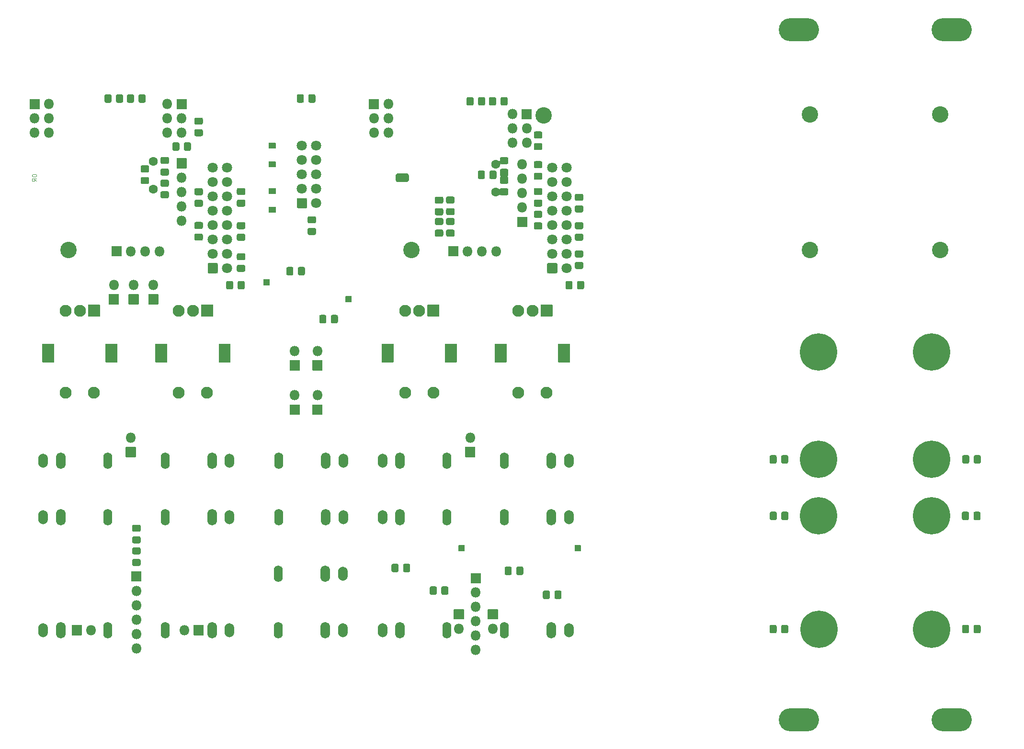
<source format=gts>
G04 #@! TF.GenerationSoftware,KiCad,Pcbnew,(5.1.9)-1*
G04 #@! TF.CreationDate,2021-05-20T23:06:16+02:00*
G04 #@! TF.ProjectId,KicadJE_OLED_Board,4b696361-644a-4455-9f4f-4c45445f426f,Rev A*
G04 #@! TF.SameCoordinates,Original*
G04 #@! TF.FileFunction,Soldermask,Top*
G04 #@! TF.FilePolarity,Negative*
%FSLAX46Y46*%
G04 Gerber Fmt 4.6, Leading zero omitted, Abs format (unit mm)*
G04 Created by KiCad (PCBNEW (5.1.9)-1) date 2021-05-20 23:06:16*
%MOMM*%
%LPD*%
G01*
G04 APERTURE LIST*
%ADD10C,0.100000*%
%ADD11C,2.902000*%
%ADD12O,7.102000X4.102000*%
%ADD13C,6.602000*%
%ADD14O,1.802000X1.802000*%
%ADD15O,1.602000X2.902000*%
%ADD16O,1.702000X2.502000*%
%ADD17O,1.702000X2.902000*%
%ADD18C,1.802000*%
%ADD19C,0.150000*%
%ADD20C,2.102000*%
%ADD21C,1.602000*%
G04 APERTURE END LIST*
D10*
X101561904Y-64561904D02*
X101561904Y-64638095D01*
X101600000Y-64714285D01*
X101638095Y-64752380D01*
X101714285Y-64790476D01*
X101866666Y-64828571D01*
X102057142Y-64828571D01*
X102209523Y-64790476D01*
X102285714Y-64752380D01*
X102323809Y-64714285D01*
X102361904Y-64638095D01*
X102361904Y-64561904D01*
X102323809Y-64485714D01*
X102285714Y-64447619D01*
X102209523Y-64409523D01*
X102057142Y-64371428D01*
X101866666Y-64371428D01*
X101714285Y-64409523D01*
X101638095Y-64447619D01*
X101600000Y-64485714D01*
X101561904Y-64561904D01*
X102361904Y-65628571D02*
X101980952Y-65361904D01*
X102361904Y-65171428D02*
X101561904Y-65171428D01*
X101561904Y-65476190D01*
X101600000Y-65552380D01*
X101638095Y-65590476D01*
X101714285Y-65628571D01*
X101828571Y-65628571D01*
X101904761Y-65590476D01*
X101942857Y-65552380D01*
X101980952Y-65476190D01*
X101980952Y-65171428D01*
X101561904Y-64561904D02*
X101561904Y-64638095D01*
X101600000Y-64714285D01*
X101638095Y-64752380D01*
X101714285Y-64790476D01*
X101866666Y-64828571D01*
X102057142Y-64828571D01*
X102209523Y-64790476D01*
X102285714Y-64752380D01*
X102323809Y-64714285D01*
X102361904Y-64638095D01*
X102361904Y-64561904D01*
X102323809Y-64485714D01*
X102285714Y-64447619D01*
X102209523Y-64409523D01*
X102057142Y-64371428D01*
X101866666Y-64371428D01*
X101714285Y-64409523D01*
X101638095Y-64447619D01*
X101600000Y-64485714D01*
X101561904Y-64561904D01*
X102361904Y-65628571D02*
X101980952Y-65361904D01*
X102361904Y-65171428D02*
X101561904Y-65171428D01*
X101561904Y-65476190D01*
X101600000Y-65552380D01*
X101638095Y-65590476D01*
X101714285Y-65628571D01*
X101828571Y-65628571D01*
X101904761Y-65590476D01*
X101942857Y-65552380D01*
X101980952Y-65476190D01*
X101980952Y-65171428D01*
X101561904Y-64561904D02*
X101561904Y-64638095D01*
X101600000Y-64714285D01*
X101638095Y-64752380D01*
X101714285Y-64790476D01*
X101866666Y-64828571D01*
X102057142Y-64828571D01*
X102209523Y-64790476D01*
X102285714Y-64752380D01*
X102323809Y-64714285D01*
X102361904Y-64638095D01*
X102361904Y-64561904D01*
X102323809Y-64485714D01*
X102285714Y-64447619D01*
X102209523Y-64409523D01*
X102057142Y-64371428D01*
X101866666Y-64371428D01*
X101714285Y-64409523D01*
X101638095Y-64447619D01*
X101600000Y-64485714D01*
X101561904Y-64561904D01*
X102361904Y-65628571D02*
X101980952Y-65361904D01*
X102361904Y-65171428D02*
X101561904Y-65171428D01*
X101561904Y-65476190D01*
X101600000Y-65552380D01*
X101638095Y-65590476D01*
X101714285Y-65628571D01*
X101828571Y-65628571D01*
X101904761Y-65590476D01*
X101942857Y-65552380D01*
X101980952Y-65476190D01*
X101980952Y-65171428D01*
X101561904Y-64561904D02*
X101561904Y-64638095D01*
X101600000Y-64714285D01*
X101638095Y-64752380D01*
X101714285Y-64790476D01*
X101866666Y-64828571D01*
X102057142Y-64828571D01*
X102209523Y-64790476D01*
X102285714Y-64752380D01*
X102323809Y-64714285D01*
X102361904Y-64638095D01*
X102361904Y-64561904D01*
X102323809Y-64485714D01*
X102285714Y-64447619D01*
X102209523Y-64409523D01*
X102057142Y-64371428D01*
X101866666Y-64371428D01*
X101714285Y-64409523D01*
X101638095Y-64447619D01*
X101600000Y-64485714D01*
X101561904Y-64561904D01*
X102361904Y-65628571D02*
X101980952Y-65361904D01*
X102361904Y-65171428D02*
X101561904Y-65171428D01*
X101561904Y-65476190D01*
X101600000Y-65552380D01*
X101638095Y-65590476D01*
X101714285Y-65628571D01*
X101828571Y-65628571D01*
X101904761Y-65590476D01*
X101942857Y-65552380D01*
X101980952Y-65476190D01*
X101980952Y-65171428D01*
X101561904Y-64561904D02*
X101561904Y-64638095D01*
X101600000Y-64714285D01*
X101638095Y-64752380D01*
X101714285Y-64790476D01*
X101866666Y-64828571D01*
X102057142Y-64828571D01*
X102209523Y-64790476D01*
X102285714Y-64752380D01*
X102323809Y-64714285D01*
X102361904Y-64638095D01*
X102361904Y-64561904D01*
X102323809Y-64485714D01*
X102285714Y-64447619D01*
X102209523Y-64409523D01*
X102057142Y-64371428D01*
X101866666Y-64371428D01*
X101714285Y-64409523D01*
X101638095Y-64447619D01*
X101600000Y-64485714D01*
X101561904Y-64561904D01*
X102361904Y-65628571D02*
X101980952Y-65361904D01*
X102361904Y-65171428D02*
X101561904Y-65171428D01*
X101561904Y-65476190D01*
X101600000Y-65552380D01*
X101638095Y-65590476D01*
X101714285Y-65628571D01*
X101828571Y-65628571D01*
X101904761Y-65590476D01*
X101942857Y-65552380D01*
X101980952Y-65476190D01*
X101980952Y-65171428D01*
X101561904Y-64561904D02*
X101561904Y-64638095D01*
X101600000Y-64714285D01*
X101638095Y-64752380D01*
X101714285Y-64790476D01*
X101866666Y-64828571D01*
X102057142Y-64828571D01*
X102209523Y-64790476D01*
X102285714Y-64752380D01*
X102323809Y-64714285D01*
X102361904Y-64638095D01*
X102361904Y-64561904D01*
X102323809Y-64485714D01*
X102285714Y-64447619D01*
X102209523Y-64409523D01*
X102057142Y-64371428D01*
X101866666Y-64371428D01*
X101714285Y-64409523D01*
X101638095Y-64447619D01*
X101600000Y-64485714D01*
X101561904Y-64561904D01*
X102361904Y-65628571D02*
X101980952Y-65361904D01*
X102361904Y-65171428D02*
X101561904Y-65171428D01*
X101561904Y-65476190D01*
X101600000Y-65552380D01*
X101638095Y-65590476D01*
X101714285Y-65628571D01*
X101828571Y-65628571D01*
X101904761Y-65590476D01*
X101942857Y-65552380D01*
X101980952Y-65476190D01*
X101980952Y-65171428D01*
X101561904Y-64561904D02*
X101561904Y-64638095D01*
X101600000Y-64714285D01*
X101638095Y-64752380D01*
X101714285Y-64790476D01*
X101866666Y-64828571D01*
X102057142Y-64828571D01*
X102209523Y-64790476D01*
X102285714Y-64752380D01*
X102323809Y-64714285D01*
X102361904Y-64638095D01*
X102361904Y-64561904D01*
X102323809Y-64485714D01*
X102285714Y-64447619D01*
X102209523Y-64409523D01*
X102057142Y-64371428D01*
X101866666Y-64371428D01*
X101714285Y-64409523D01*
X101638095Y-64447619D01*
X101600000Y-64485714D01*
X101561904Y-64561904D01*
X102361904Y-65628571D02*
X101980952Y-65361904D01*
X102361904Y-65171428D02*
X101561904Y-65171428D01*
X101561904Y-65476190D01*
X101600000Y-65552380D01*
X101638095Y-65590476D01*
X101714285Y-65628571D01*
X101828571Y-65628571D01*
X101904761Y-65590476D01*
X101942857Y-65552380D01*
X101980952Y-65476190D01*
X101980952Y-65171428D01*
X101561904Y-64561904D02*
X101561904Y-64638095D01*
X101600000Y-64714285D01*
X101638095Y-64752380D01*
X101714285Y-64790476D01*
X101866666Y-64828571D01*
X102057142Y-64828571D01*
X102209523Y-64790476D01*
X102285714Y-64752380D01*
X102323809Y-64714285D01*
X102361904Y-64638095D01*
X102361904Y-64561904D01*
X102323809Y-64485714D01*
X102285714Y-64447619D01*
X102209523Y-64409523D01*
X102057142Y-64371428D01*
X101866666Y-64371428D01*
X101714285Y-64409523D01*
X101638095Y-64447619D01*
X101600000Y-64485714D01*
X101561904Y-64561904D01*
X102361904Y-65628571D02*
X101980952Y-65361904D01*
X102361904Y-65171428D02*
X101561904Y-65171428D01*
X101561904Y-65476190D01*
X101600000Y-65552380D01*
X101638095Y-65590476D01*
X101714285Y-65628571D01*
X101828571Y-65628571D01*
X101904761Y-65590476D01*
X101942857Y-65552380D01*
X101980952Y-65476190D01*
X101980952Y-65171428D01*
X101561904Y-64561904D02*
X101561904Y-64638095D01*
X101600000Y-64714285D01*
X101638095Y-64752380D01*
X101714285Y-64790476D01*
X101866666Y-64828571D01*
X102057142Y-64828571D01*
X102209523Y-64790476D01*
X102285714Y-64752380D01*
X102323809Y-64714285D01*
X102361904Y-64638095D01*
X102361904Y-64561904D01*
X102323809Y-64485714D01*
X102285714Y-64447619D01*
X102209523Y-64409523D01*
X102057142Y-64371428D01*
X101866666Y-64371428D01*
X101714285Y-64409523D01*
X101638095Y-64447619D01*
X101600000Y-64485714D01*
X101561904Y-64561904D01*
X102361904Y-65628571D02*
X101980952Y-65361904D01*
X102361904Y-65171428D02*
X101561904Y-65171428D01*
X101561904Y-65476190D01*
X101600000Y-65552380D01*
X101638095Y-65590476D01*
X101714285Y-65628571D01*
X101828571Y-65628571D01*
X101904761Y-65590476D01*
X101942857Y-65552380D01*
X101980952Y-65476190D01*
X101980952Y-65171428D01*
X101561904Y-64561904D02*
X101561904Y-64638095D01*
X101600000Y-64714285D01*
X101638095Y-64752380D01*
X101714285Y-64790476D01*
X101866666Y-64828571D01*
X102057142Y-64828571D01*
X102209523Y-64790476D01*
X102285714Y-64752380D01*
X102323809Y-64714285D01*
X102361904Y-64638095D01*
X102361904Y-64561904D01*
X102323809Y-64485714D01*
X102285714Y-64447619D01*
X102209523Y-64409523D01*
X102057142Y-64371428D01*
X101866666Y-64371428D01*
X101714285Y-64409523D01*
X101638095Y-64447619D01*
X101600000Y-64485714D01*
X101561904Y-64561904D01*
X102361904Y-65628571D02*
X101980952Y-65361904D01*
X102361904Y-65171428D02*
X101561904Y-65171428D01*
X101561904Y-65476190D01*
X101600000Y-65552380D01*
X101638095Y-65590476D01*
X101714285Y-65628571D01*
X101828571Y-65628571D01*
X101904761Y-65590476D01*
X101942857Y-65552380D01*
X101980952Y-65476190D01*
X101980952Y-65171428D01*
X101561904Y-64561904D02*
X101561904Y-64638095D01*
X101600000Y-64714285D01*
X101638095Y-64752380D01*
X101714285Y-64790476D01*
X101866666Y-64828571D01*
X102057142Y-64828571D01*
X102209523Y-64790476D01*
X102285714Y-64752380D01*
X102323809Y-64714285D01*
X102361904Y-64638095D01*
X102361904Y-64561904D01*
X102323809Y-64485714D01*
X102285714Y-64447619D01*
X102209523Y-64409523D01*
X102057142Y-64371428D01*
X101866666Y-64371428D01*
X101714285Y-64409523D01*
X101638095Y-64447619D01*
X101600000Y-64485714D01*
X101561904Y-64561904D01*
X102361904Y-65628571D02*
X101980952Y-65361904D01*
X102361904Y-65171428D02*
X101561904Y-65171428D01*
X101561904Y-65476190D01*
X101600000Y-65552380D01*
X101638095Y-65590476D01*
X101714285Y-65628571D01*
X101828571Y-65628571D01*
X101904761Y-65590476D01*
X101942857Y-65552380D01*
X101980952Y-65476190D01*
X101980952Y-65171428D01*
X101561904Y-64561904D02*
X101561904Y-64638095D01*
X101600000Y-64714285D01*
X101638095Y-64752380D01*
X101714285Y-64790476D01*
X101866666Y-64828571D01*
X102057142Y-64828571D01*
X102209523Y-64790476D01*
X102285714Y-64752380D01*
X102323809Y-64714285D01*
X102361904Y-64638095D01*
X102361904Y-64561904D01*
X102323809Y-64485714D01*
X102285714Y-64447619D01*
X102209523Y-64409523D01*
X102057142Y-64371428D01*
X101866666Y-64371428D01*
X101714285Y-64409523D01*
X101638095Y-64447619D01*
X101600000Y-64485714D01*
X101561904Y-64561904D01*
X102361904Y-65628571D02*
X101980952Y-65361904D01*
X102361904Y-65171428D02*
X101561904Y-65171428D01*
X101561904Y-65476190D01*
X101600000Y-65552380D01*
X101638095Y-65590476D01*
X101714285Y-65628571D01*
X101828571Y-65628571D01*
X101904761Y-65590476D01*
X101942857Y-65552380D01*
X101980952Y-65476190D01*
X101980952Y-65171428D01*
X101561904Y-64561904D02*
X101561904Y-64638095D01*
X101600000Y-64714285D01*
X101638095Y-64752380D01*
X101714285Y-64790476D01*
X101866666Y-64828571D01*
X102057142Y-64828571D01*
X102209523Y-64790476D01*
X102285714Y-64752380D01*
X102323809Y-64714285D01*
X102361904Y-64638095D01*
X102361904Y-64561904D01*
X102323809Y-64485714D01*
X102285714Y-64447619D01*
X102209523Y-64409523D01*
X102057142Y-64371428D01*
X101866666Y-64371428D01*
X101714285Y-64409523D01*
X101638095Y-64447619D01*
X101600000Y-64485714D01*
X101561904Y-64561904D01*
X102361904Y-65628571D02*
X101980952Y-65361904D01*
X102361904Y-65171428D02*
X101561904Y-65171428D01*
X101561904Y-65476190D01*
X101600000Y-65552380D01*
X101638095Y-65590476D01*
X101714285Y-65628571D01*
X101828571Y-65628571D01*
X101904761Y-65590476D01*
X101942857Y-65552380D01*
X101980952Y-65476190D01*
X101980952Y-65171428D01*
X101561904Y-64561904D02*
X101561904Y-64638095D01*
X101600000Y-64714285D01*
X101638095Y-64752380D01*
X101714285Y-64790476D01*
X101866666Y-64828571D01*
X102057142Y-64828571D01*
X102209523Y-64790476D01*
X102285714Y-64752380D01*
X102323809Y-64714285D01*
X102361904Y-64638095D01*
X102361904Y-64561904D01*
X102323809Y-64485714D01*
X102285714Y-64447619D01*
X102209523Y-64409523D01*
X102057142Y-64371428D01*
X101866666Y-64371428D01*
X101714285Y-64409523D01*
X101638095Y-64447619D01*
X101600000Y-64485714D01*
X101561904Y-64561904D01*
X102361904Y-65628571D02*
X101980952Y-65361904D01*
X102361904Y-65171428D02*
X101561904Y-65171428D01*
X101561904Y-65476190D01*
X101600000Y-65552380D01*
X101638095Y-65590476D01*
X101714285Y-65628571D01*
X101828571Y-65628571D01*
X101904761Y-65590476D01*
X101942857Y-65552380D01*
X101980952Y-65476190D01*
X101980952Y-65171428D01*
D11*
X108000000Y-77800000D03*
X192000000Y-54000000D03*
X168600000Y-77800000D03*
D12*
X264100000Y-38800000D03*
D13*
X260600000Y-95800000D03*
D12*
X237100000Y-38800000D03*
X237100000Y-160800000D03*
D13*
X260600000Y-114800000D03*
D12*
X264100000Y-160800000D03*
D13*
X240600000Y-114800000D03*
X240675001Y-144800000D03*
X240600000Y-124800000D03*
X240600000Y-95800000D03*
X260600000Y-144800000D03*
X260600000Y-124800000D03*
G36*
G01*
X143400000Y-62149000D02*
X144600000Y-62149000D01*
G75*
G02*
X144651000Y-62200000I0J-51000D01*
G01*
X144651000Y-63100000D01*
G75*
G02*
X144600000Y-63151000I-51000J0D01*
G01*
X143400000Y-63151000D01*
G75*
G02*
X143349000Y-63100000I0J51000D01*
G01*
X143349000Y-62200000D01*
G75*
G02*
X143400000Y-62149000I51000J0D01*
G01*
G37*
G36*
G01*
X143400000Y-58849000D02*
X144600000Y-58849000D01*
G75*
G02*
X144651000Y-58900000I0J-51000D01*
G01*
X144651000Y-59800000D01*
G75*
G02*
X144600000Y-59851000I-51000J0D01*
G01*
X143400000Y-59851000D01*
G75*
G02*
X143349000Y-59800000I0J51000D01*
G01*
X143349000Y-58900000D01*
G75*
G02*
X143400000Y-58849000I51000J0D01*
G01*
G37*
G36*
G01*
X143400000Y-66849000D02*
X144600000Y-66849000D01*
G75*
G02*
X144651000Y-66900000I0J-51000D01*
G01*
X144651000Y-67800000D01*
G75*
G02*
X144600000Y-67851000I-51000J0D01*
G01*
X143400000Y-67851000D01*
G75*
G02*
X143349000Y-67800000I0J51000D01*
G01*
X143349000Y-66900000D01*
G75*
G02*
X143400000Y-66849000I51000J0D01*
G01*
G37*
G36*
G01*
X143400000Y-70149000D02*
X144600000Y-70149000D01*
G75*
G02*
X144651000Y-70200000I0J-51000D01*
G01*
X144651000Y-71100000D01*
G75*
G02*
X144600000Y-71151000I-51000J0D01*
G01*
X143400000Y-71151000D01*
G75*
G02*
X143349000Y-71100000I0J51000D01*
G01*
X143349000Y-70200000D01*
G75*
G02*
X143400000Y-70149000I51000J0D01*
G01*
G37*
G36*
G01*
X231924000Y-115278828D02*
X231924000Y-114321172D01*
G75*
G02*
X232196172Y-114049000I272172J0D01*
G01*
X232903828Y-114049000D01*
G75*
G02*
X233176000Y-114321172I0J-272172D01*
G01*
X233176000Y-115278828D01*
G75*
G02*
X232903828Y-115551000I-272172J0D01*
G01*
X232196172Y-115551000D01*
G75*
G02*
X231924000Y-115278828I0J272172D01*
G01*
G37*
G36*
G01*
X233974000Y-115278828D02*
X233974000Y-114321172D01*
G75*
G02*
X234246172Y-114049000I272172J0D01*
G01*
X234953828Y-114049000D01*
G75*
G02*
X235226000Y-114321172I0J-272172D01*
G01*
X235226000Y-115278828D01*
G75*
G02*
X234953828Y-115551000I-272172J0D01*
G01*
X234246172Y-115551000D01*
G75*
G02*
X233974000Y-115278828I0J272172D01*
G01*
G37*
G36*
G01*
X268024000Y-115278828D02*
X268024000Y-114321172D01*
G75*
G02*
X268296172Y-114049000I272172J0D01*
G01*
X269003828Y-114049000D01*
G75*
G02*
X269276000Y-114321172I0J-272172D01*
G01*
X269276000Y-115278828D01*
G75*
G02*
X269003828Y-115551000I-272172J0D01*
G01*
X268296172Y-115551000D01*
G75*
G02*
X268024000Y-115278828I0J272172D01*
G01*
G37*
G36*
G01*
X265974000Y-115278828D02*
X265974000Y-114321172D01*
G75*
G02*
X266246172Y-114049000I272172J0D01*
G01*
X266953828Y-114049000D01*
G75*
G02*
X267226000Y-114321172I0J-272172D01*
G01*
X267226000Y-115278828D01*
G75*
G02*
X266953828Y-115551000I-272172J0D01*
G01*
X266246172Y-115551000D01*
G75*
G02*
X265974000Y-115278828I0J272172D01*
G01*
G37*
G36*
G01*
X231949000Y-125278828D02*
X231949000Y-124321172D01*
G75*
G02*
X232221172Y-124049000I272172J0D01*
G01*
X232928828Y-124049000D01*
G75*
G02*
X233201000Y-124321172I0J-272172D01*
G01*
X233201000Y-125278828D01*
G75*
G02*
X232928828Y-125551000I-272172J0D01*
G01*
X232221172Y-125551000D01*
G75*
G02*
X231949000Y-125278828I0J272172D01*
G01*
G37*
G36*
G01*
X233999000Y-125278828D02*
X233999000Y-124321172D01*
G75*
G02*
X234271172Y-124049000I272172J0D01*
G01*
X234978828Y-124049000D01*
G75*
G02*
X235251000Y-124321172I0J-272172D01*
G01*
X235251000Y-125278828D01*
G75*
G02*
X234978828Y-125551000I-272172J0D01*
G01*
X234271172Y-125551000D01*
G75*
G02*
X233999000Y-125278828I0J272172D01*
G01*
G37*
G36*
G01*
X267974000Y-125278828D02*
X267974000Y-124321172D01*
G75*
G02*
X268246172Y-124049000I272172J0D01*
G01*
X268953828Y-124049000D01*
G75*
G02*
X269226000Y-124321172I0J-272172D01*
G01*
X269226000Y-125278828D01*
G75*
G02*
X268953828Y-125551000I-272172J0D01*
G01*
X268246172Y-125551000D01*
G75*
G02*
X267974000Y-125278828I0J272172D01*
G01*
G37*
G36*
G01*
X265924000Y-125278828D02*
X265924000Y-124321172D01*
G75*
G02*
X266196172Y-124049000I272172J0D01*
G01*
X266903828Y-124049000D01*
G75*
G02*
X267176000Y-124321172I0J-272172D01*
G01*
X267176000Y-125278828D01*
G75*
G02*
X266903828Y-125551000I-272172J0D01*
G01*
X266196172Y-125551000D01*
G75*
G02*
X265924000Y-125278828I0J272172D01*
G01*
G37*
G36*
G01*
X231924000Y-145278828D02*
X231924000Y-144321172D01*
G75*
G02*
X232196172Y-144049000I272172J0D01*
G01*
X232903828Y-144049000D01*
G75*
G02*
X233176000Y-144321172I0J-272172D01*
G01*
X233176000Y-145278828D01*
G75*
G02*
X232903828Y-145551000I-272172J0D01*
G01*
X232196172Y-145551000D01*
G75*
G02*
X231924000Y-145278828I0J272172D01*
G01*
G37*
G36*
G01*
X233974000Y-145278828D02*
X233974000Y-144321172D01*
G75*
G02*
X234246172Y-144049000I272172J0D01*
G01*
X234953828Y-144049000D01*
G75*
G02*
X235226000Y-144321172I0J-272172D01*
G01*
X235226000Y-145278828D01*
G75*
G02*
X234953828Y-145551000I-272172J0D01*
G01*
X234246172Y-145551000D01*
G75*
G02*
X233974000Y-145278828I0J272172D01*
G01*
G37*
G36*
G01*
X267999000Y-145278828D02*
X267999000Y-144321172D01*
G75*
G02*
X268271172Y-144049000I272172J0D01*
G01*
X268978828Y-144049000D01*
G75*
G02*
X269251000Y-144321172I0J-272172D01*
G01*
X269251000Y-145278828D01*
G75*
G02*
X268978828Y-145551000I-272172J0D01*
G01*
X268271172Y-145551000D01*
G75*
G02*
X267999000Y-145278828I0J272172D01*
G01*
G37*
G36*
G01*
X265949000Y-145278828D02*
X265949000Y-144321172D01*
G75*
G02*
X266221172Y-144049000I272172J0D01*
G01*
X266928828Y-144049000D01*
G75*
G02*
X267201000Y-144321172I0J-272172D01*
G01*
X267201000Y-145278828D01*
G75*
G02*
X266928828Y-145551000I-272172J0D01*
G01*
X266221172Y-145551000D01*
G75*
G02*
X265949000Y-145278828I0J272172D01*
G01*
G37*
D11*
X239100000Y-77800000D03*
X239100000Y-53800000D03*
X262100000Y-77800000D03*
X262100000Y-53800000D03*
G36*
G01*
X181601000Y-64021172D02*
X181601000Y-64978828D01*
G75*
G02*
X181328828Y-65251000I-272172J0D01*
G01*
X180621172Y-65251000D01*
G75*
G02*
X180349000Y-64978828I0J272172D01*
G01*
X180349000Y-64021172D01*
G75*
G02*
X180621172Y-63749000I272172J0D01*
G01*
X181328828Y-63749000D01*
G75*
G02*
X181601000Y-64021172I0J-272172D01*
G01*
G37*
G36*
G01*
X183651000Y-64021172D02*
X183651000Y-64978828D01*
G75*
G02*
X183378828Y-65251000I-272172J0D01*
G01*
X182671172Y-65251000D01*
G75*
G02*
X182399000Y-64978828I0J272172D01*
G01*
X182399000Y-64021172D01*
G75*
G02*
X182671172Y-63749000I272172J0D01*
G01*
X183378828Y-63749000D01*
G75*
G02*
X183651000Y-64021172I0J-272172D01*
G01*
G37*
G36*
G01*
X190521172Y-64124000D02*
X191478828Y-64124000D01*
G75*
G02*
X191751000Y-64396172I0J-272172D01*
G01*
X191751000Y-65103828D01*
G75*
G02*
X191478828Y-65376000I-272172J0D01*
G01*
X190521172Y-65376000D01*
G75*
G02*
X190249000Y-65103828I0J272172D01*
G01*
X190249000Y-64396172D01*
G75*
G02*
X190521172Y-64124000I272172J0D01*
G01*
G37*
G36*
G01*
X190521172Y-62074000D02*
X191478828Y-62074000D01*
G75*
G02*
X191751000Y-62346172I0J-272172D01*
G01*
X191751000Y-63053828D01*
G75*
G02*
X191478828Y-63326000I-272172J0D01*
G01*
X190521172Y-63326000D01*
G75*
G02*
X190249000Y-63053828I0J272172D01*
G01*
X190249000Y-62346172D01*
G75*
G02*
X190521172Y-62074000I272172J0D01*
G01*
G37*
G36*
G01*
X185478828Y-66076000D02*
X184521172Y-66076000D01*
G75*
G02*
X184249000Y-65803828I0J272172D01*
G01*
X184249000Y-65096172D01*
G75*
G02*
X184521172Y-64824000I272172J0D01*
G01*
X185478828Y-64824000D01*
G75*
G02*
X185751000Y-65096172I0J-272172D01*
G01*
X185751000Y-65803828D01*
G75*
G02*
X185478828Y-66076000I-272172J0D01*
G01*
G37*
G36*
G01*
X185478828Y-68126000D02*
X184521172Y-68126000D01*
G75*
G02*
X184249000Y-67853828I0J272172D01*
G01*
X184249000Y-67146172D01*
G75*
G02*
X184521172Y-66874000I272172J0D01*
G01*
X185478828Y-66874000D01*
G75*
G02*
X185751000Y-67146172I0J-272172D01*
G01*
X185751000Y-67853828D01*
G75*
G02*
X185478828Y-68126000I-272172J0D01*
G01*
G37*
G36*
G01*
X184521172Y-61374000D02*
X185478828Y-61374000D01*
G75*
G02*
X185751000Y-61646172I0J-272172D01*
G01*
X185751000Y-62353828D01*
G75*
G02*
X185478828Y-62626000I-272172J0D01*
G01*
X184521172Y-62626000D01*
G75*
G02*
X184249000Y-62353828I0J272172D01*
G01*
X184249000Y-61646172D01*
G75*
G02*
X184521172Y-61374000I272172J0D01*
G01*
G37*
G36*
G01*
X184521172Y-63424000D02*
X185478828Y-63424000D01*
G75*
G02*
X185751000Y-63696172I0J-272172D01*
G01*
X185751000Y-64403828D01*
G75*
G02*
X185478828Y-64676000I-272172J0D01*
G01*
X184521172Y-64676000D01*
G75*
G02*
X184249000Y-64403828I0J272172D01*
G01*
X184249000Y-63696172D01*
G75*
G02*
X184521172Y-63424000I272172J0D01*
G01*
G37*
G36*
G01*
X176850000Y-78901000D02*
X175150000Y-78901000D01*
G75*
G02*
X175099000Y-78850000I0J51000D01*
G01*
X175099000Y-77150000D01*
G75*
G02*
X175150000Y-77099000I51000J0D01*
G01*
X176850000Y-77099000D01*
G75*
G02*
X176901000Y-77150000I0J-51000D01*
G01*
X176901000Y-78850000D01*
G75*
G02*
X176850000Y-78901000I-51000J0D01*
G01*
G37*
D14*
X178540000Y-78000000D03*
X181080000Y-78000000D03*
X183620000Y-78000000D03*
D15*
X174920000Y-115000000D03*
D16*
X163520000Y-115000000D03*
D17*
X166620000Y-115000000D03*
X193380000Y-115000000D03*
D16*
X196480000Y-115000000D03*
D15*
X185080000Y-115000000D03*
D17*
X166620000Y-125000000D03*
D16*
X163520000Y-125000000D03*
D15*
X174920000Y-125000000D03*
D17*
X193380000Y-125000000D03*
D16*
X196480000Y-125000000D03*
D15*
X185080000Y-125000000D03*
D14*
X180000000Y-148500000D03*
X180000000Y-145960000D03*
X180000000Y-143420000D03*
X180000000Y-140880000D03*
X180000000Y-138340000D03*
G36*
G01*
X179099000Y-136650000D02*
X179099000Y-134950000D01*
G75*
G02*
X179150000Y-134899000I51000J0D01*
G01*
X180850000Y-134899000D01*
G75*
G02*
X180901000Y-134950000I0J-51000D01*
G01*
X180901000Y-136650000D01*
G75*
G02*
X180850000Y-136701000I-51000J0D01*
G01*
X179150000Y-136701000D01*
G75*
G02*
X179099000Y-136650000I0J51000D01*
G01*
G37*
G36*
G01*
X179901000Y-112650000D02*
X179901000Y-114350000D01*
G75*
G02*
X179850000Y-114401000I-51000J0D01*
G01*
X178150000Y-114401000D01*
G75*
G02*
X178099000Y-114350000I0J51000D01*
G01*
X178099000Y-112650000D01*
G75*
G02*
X178150000Y-112599000I51000J0D01*
G01*
X179850000Y-112599000D01*
G75*
G02*
X179901000Y-112650000I0J-51000D01*
G01*
G37*
X179000000Y-110960000D03*
X183000000Y-144740000D03*
G36*
G01*
X183901000Y-141350000D02*
X183901000Y-143050000D01*
G75*
G02*
X183850000Y-143101000I-51000J0D01*
G01*
X182150000Y-143101000D01*
G75*
G02*
X182099000Y-143050000I0J51000D01*
G01*
X182099000Y-141350000D01*
G75*
G02*
X182150000Y-141299000I51000J0D01*
G01*
X183850000Y-141299000D01*
G75*
G02*
X183901000Y-141350000I0J-51000D01*
G01*
G37*
G36*
G01*
X177901000Y-141350000D02*
X177901000Y-143050000D01*
G75*
G02*
X177850000Y-143101000I-51000J0D01*
G01*
X176150000Y-143101000D01*
G75*
G02*
X176099000Y-143050000I0J51000D01*
G01*
X176099000Y-141350000D01*
G75*
G02*
X176150000Y-141299000I51000J0D01*
G01*
X177850000Y-141299000D01*
G75*
G02*
X177901000Y-141350000I0J-51000D01*
G01*
G37*
X177000000Y-144740000D03*
D15*
X174920000Y-145000000D03*
D16*
X163520000Y-145000000D03*
D17*
X166620000Y-145000000D03*
X193380000Y-145000000D03*
D16*
X196480000Y-145000000D03*
D15*
X185080000Y-145000000D03*
G36*
G01*
X189901000Y-52900000D02*
X189901000Y-54600000D01*
G75*
G02*
X189850000Y-54651000I-51000J0D01*
G01*
X188150000Y-54651000D01*
G75*
G02*
X188099000Y-54600000I0J51000D01*
G01*
X188099000Y-52900000D01*
G75*
G02*
X188150000Y-52849000I51000J0D01*
G01*
X189850000Y-52849000D01*
G75*
G02*
X189901000Y-52900000I0J-51000D01*
G01*
G37*
D14*
X186460000Y-53750000D03*
X189000000Y-56290000D03*
X186460000Y-56290000D03*
X189000000Y-58830000D03*
X186460000Y-58830000D03*
G36*
G01*
X192599000Y-81636000D02*
X192599000Y-80364000D01*
G75*
G02*
X192864000Y-80099000I265000J0D01*
G01*
X194136000Y-80099000D01*
G75*
G02*
X194401000Y-80364000I0J-265000D01*
G01*
X194401000Y-81636000D01*
G75*
G02*
X194136000Y-81901000I-265000J0D01*
G01*
X192864000Y-81901000D01*
G75*
G02*
X192599000Y-81636000I0J265000D01*
G01*
G37*
D18*
X193500000Y-78460000D03*
X193500000Y-75920000D03*
X193500000Y-73380000D03*
X193500000Y-70840000D03*
X193500000Y-68300000D03*
X193500000Y-65760000D03*
X193500000Y-63220000D03*
X196040000Y-81000000D03*
X196040000Y-78460000D03*
X196040000Y-75920000D03*
X196040000Y-73380000D03*
X196040000Y-70840000D03*
X196040000Y-68300000D03*
X196040000Y-65760000D03*
X196040000Y-63220000D03*
D19*
G36*
X167656112Y-64199602D02*
G01*
X167674534Y-64199602D01*
X167679533Y-64199848D01*
X167728364Y-64204658D01*
X167733314Y-64205392D01*
X167781439Y-64214964D01*
X167786295Y-64216180D01*
X167833250Y-64230424D01*
X167837961Y-64232110D01*
X167883294Y-64250887D01*
X167887820Y-64253027D01*
X167931093Y-64276158D01*
X167935384Y-64278731D01*
X167976183Y-64305991D01*
X167980204Y-64308973D01*
X168018133Y-64340101D01*
X168021841Y-64343462D01*
X168056538Y-64378159D01*
X168059899Y-64381867D01*
X168091027Y-64419796D01*
X168094009Y-64423817D01*
X168121269Y-64464616D01*
X168123842Y-64468907D01*
X168146973Y-64512180D01*
X168149113Y-64516706D01*
X168167890Y-64562039D01*
X168169576Y-64566750D01*
X168183820Y-64613705D01*
X168185036Y-64618561D01*
X168194608Y-64666686D01*
X168195342Y-64671636D01*
X168200152Y-64720467D01*
X168200398Y-64725466D01*
X168200398Y-64743888D01*
X168201000Y-64750000D01*
X168201000Y-65250000D01*
X168200398Y-65256112D01*
X168200398Y-65274534D01*
X168200152Y-65279533D01*
X168195342Y-65328364D01*
X168194608Y-65333314D01*
X168185036Y-65381439D01*
X168183820Y-65386295D01*
X168169576Y-65433250D01*
X168167890Y-65437961D01*
X168149113Y-65483294D01*
X168146973Y-65487820D01*
X168123842Y-65531093D01*
X168121269Y-65535384D01*
X168094009Y-65576183D01*
X168091027Y-65580204D01*
X168059899Y-65618133D01*
X168056538Y-65621841D01*
X168021841Y-65656538D01*
X168018133Y-65659899D01*
X167980204Y-65691027D01*
X167976183Y-65694009D01*
X167935384Y-65721269D01*
X167931093Y-65723842D01*
X167887820Y-65746973D01*
X167883294Y-65749113D01*
X167837961Y-65767890D01*
X167833250Y-65769576D01*
X167786295Y-65783820D01*
X167781439Y-65785036D01*
X167733314Y-65794608D01*
X167728364Y-65795342D01*
X167679533Y-65800152D01*
X167674534Y-65800398D01*
X167656112Y-65800398D01*
X167650000Y-65801000D01*
X167150000Y-65801000D01*
X167140050Y-65800020D01*
X167130483Y-65797118D01*
X167121666Y-65792405D01*
X167113938Y-65786062D01*
X167107595Y-65778334D01*
X167102882Y-65769517D01*
X167099980Y-65759950D01*
X167099000Y-65750000D01*
X167099000Y-64250000D01*
X167099980Y-64240050D01*
X167102882Y-64230483D01*
X167107595Y-64221666D01*
X167113938Y-64213938D01*
X167121666Y-64207595D01*
X167130483Y-64202882D01*
X167140050Y-64199980D01*
X167150000Y-64199000D01*
X167650000Y-64199000D01*
X167656112Y-64199602D01*
G37*
G36*
X166859950Y-64199980D02*
G01*
X166869517Y-64202882D01*
X166878334Y-64207595D01*
X166886062Y-64213938D01*
X166892405Y-64221666D01*
X166897118Y-64230483D01*
X166900020Y-64240050D01*
X166901000Y-64250000D01*
X166901000Y-65750000D01*
X166900020Y-65759950D01*
X166897118Y-65769517D01*
X166892405Y-65778334D01*
X166886062Y-65786062D01*
X166878334Y-65792405D01*
X166869517Y-65797118D01*
X166859950Y-65800020D01*
X166850000Y-65801000D01*
X166350000Y-65801000D01*
X166343888Y-65800398D01*
X166325466Y-65800398D01*
X166320467Y-65800152D01*
X166271636Y-65795342D01*
X166266686Y-65794608D01*
X166218561Y-65785036D01*
X166213705Y-65783820D01*
X166166750Y-65769576D01*
X166162039Y-65767890D01*
X166116706Y-65749113D01*
X166112180Y-65746973D01*
X166068907Y-65723842D01*
X166064616Y-65721269D01*
X166023817Y-65694009D01*
X166019796Y-65691027D01*
X165981867Y-65659899D01*
X165978159Y-65656538D01*
X165943462Y-65621841D01*
X165940101Y-65618133D01*
X165908973Y-65580204D01*
X165905991Y-65576183D01*
X165878731Y-65535384D01*
X165876158Y-65531093D01*
X165853027Y-65487820D01*
X165850887Y-65483294D01*
X165832110Y-65437961D01*
X165830424Y-65433250D01*
X165816180Y-65386295D01*
X165814964Y-65381439D01*
X165805392Y-65333314D01*
X165804658Y-65328364D01*
X165799848Y-65279533D01*
X165799602Y-65274534D01*
X165799602Y-65256112D01*
X165799000Y-65250000D01*
X165799000Y-64750000D01*
X165799602Y-64743888D01*
X165799602Y-64725466D01*
X165799848Y-64720467D01*
X165804658Y-64671636D01*
X165805392Y-64666686D01*
X165814964Y-64618561D01*
X165816180Y-64613705D01*
X165830424Y-64566750D01*
X165832110Y-64562039D01*
X165850887Y-64516706D01*
X165853027Y-64512180D01*
X165876158Y-64468907D01*
X165878731Y-64464616D01*
X165905991Y-64423817D01*
X165908973Y-64419796D01*
X165940101Y-64381867D01*
X165943462Y-64378159D01*
X165978159Y-64343462D01*
X165981867Y-64340101D01*
X166019796Y-64308973D01*
X166023817Y-64305991D01*
X166064616Y-64278731D01*
X166068907Y-64276158D01*
X166112180Y-64253027D01*
X166116706Y-64250887D01*
X166162039Y-64232110D01*
X166166750Y-64230424D01*
X166213705Y-64216180D01*
X166218561Y-64214964D01*
X166266686Y-64205392D01*
X166271636Y-64204658D01*
X166320467Y-64199848D01*
X166325466Y-64199602D01*
X166343888Y-64199602D01*
X166350000Y-64199000D01*
X166850000Y-64199000D01*
X166859950Y-64199980D01*
G37*
G36*
G01*
X190521172Y-56824000D02*
X191478828Y-56824000D01*
G75*
G02*
X191751000Y-57096172I0J-272172D01*
G01*
X191751000Y-57803828D01*
G75*
G02*
X191478828Y-58076000I-272172J0D01*
G01*
X190521172Y-58076000D01*
G75*
G02*
X190249000Y-57803828I0J272172D01*
G01*
X190249000Y-57096172D01*
G75*
G02*
X190521172Y-56824000I272172J0D01*
G01*
G37*
G36*
G01*
X190521172Y-58874000D02*
X191478828Y-58874000D01*
G75*
G02*
X191751000Y-59146172I0J-272172D01*
G01*
X191751000Y-59853828D01*
G75*
G02*
X191478828Y-60126000I-272172J0D01*
G01*
X190521172Y-60126000D01*
G75*
G02*
X190249000Y-59853828I0J272172D01*
G01*
X190249000Y-59146172D01*
G75*
G02*
X190521172Y-58874000I272172J0D01*
G01*
G37*
D20*
X167500000Y-103000000D03*
X172500000Y-103000000D03*
G36*
G01*
X163400000Y-94349000D02*
X165400000Y-94349000D01*
G75*
G02*
X165451000Y-94400000I0J-51000D01*
G01*
X165451000Y-97600000D01*
G75*
G02*
X165400000Y-97651000I-51000J0D01*
G01*
X163400000Y-97651000D01*
G75*
G02*
X163349000Y-97600000I0J51000D01*
G01*
X163349000Y-94400000D01*
G75*
G02*
X163400000Y-94349000I51000J0D01*
G01*
G37*
G36*
G01*
X174600000Y-94349000D02*
X176600000Y-94349000D01*
G75*
G02*
X176651000Y-94400000I0J-51000D01*
G01*
X176651000Y-97600000D01*
G75*
G02*
X176600000Y-97651000I-51000J0D01*
G01*
X174600000Y-97651000D01*
G75*
G02*
X174549000Y-97600000I0J51000D01*
G01*
X174549000Y-94400000D01*
G75*
G02*
X174600000Y-94349000I51000J0D01*
G01*
G37*
X167500000Y-88500000D03*
X170000000Y-88500000D03*
G36*
G01*
X171500000Y-87449000D02*
X173500000Y-87449000D01*
G75*
G02*
X173551000Y-87500000I0J-51000D01*
G01*
X173551000Y-89500000D01*
G75*
G02*
X173500000Y-89551000I-51000J0D01*
G01*
X171500000Y-89551000D01*
G75*
G02*
X171449000Y-89500000I0J51000D01*
G01*
X171449000Y-87500000D01*
G75*
G02*
X171500000Y-87449000I51000J0D01*
G01*
G37*
D21*
X183500000Y-67500000D03*
X183500000Y-62620000D03*
G36*
G01*
X191478828Y-74151000D02*
X190521172Y-74151000D01*
G75*
G02*
X190249000Y-73878828I0J272172D01*
G01*
X190249000Y-73171172D01*
G75*
G02*
X190521172Y-72899000I272172J0D01*
G01*
X191478828Y-72899000D01*
G75*
G02*
X191751000Y-73171172I0J-272172D01*
G01*
X191751000Y-73878828D01*
G75*
G02*
X191478828Y-74151000I-272172J0D01*
G01*
G37*
G36*
G01*
X191478828Y-72101000D02*
X190521172Y-72101000D01*
G75*
G02*
X190249000Y-71828828I0J272172D01*
G01*
X190249000Y-71121172D01*
G75*
G02*
X190521172Y-70849000I272172J0D01*
G01*
X191478828Y-70849000D01*
G75*
G02*
X191751000Y-71121172I0J-272172D01*
G01*
X191751000Y-71828828D01*
G75*
G02*
X191478828Y-72101000I-272172J0D01*
G01*
G37*
G36*
G01*
X197771172Y-79899000D02*
X198728828Y-79899000D01*
G75*
G02*
X199001000Y-80171172I0J-272172D01*
G01*
X199001000Y-80878828D01*
G75*
G02*
X198728828Y-81151000I-272172J0D01*
G01*
X197771172Y-81151000D01*
G75*
G02*
X197499000Y-80878828I0J272172D01*
G01*
X197499000Y-80171172D01*
G75*
G02*
X197771172Y-79899000I272172J0D01*
G01*
G37*
G36*
G01*
X197771172Y-77849000D02*
X198728828Y-77849000D01*
G75*
G02*
X199001000Y-78121172I0J-272172D01*
G01*
X199001000Y-78828828D01*
G75*
G02*
X198728828Y-79101000I-272172J0D01*
G01*
X197771172Y-79101000D01*
G75*
G02*
X197499000Y-78828828I0J272172D01*
G01*
X197499000Y-78121172D01*
G75*
G02*
X197771172Y-77849000I272172J0D01*
G01*
G37*
G36*
G01*
X198728828Y-74101000D02*
X197771172Y-74101000D01*
G75*
G02*
X197499000Y-73828828I0J272172D01*
G01*
X197499000Y-73121172D01*
G75*
G02*
X197771172Y-72849000I272172J0D01*
G01*
X198728828Y-72849000D01*
G75*
G02*
X199001000Y-73121172I0J-272172D01*
G01*
X199001000Y-73828828D01*
G75*
G02*
X198728828Y-74101000I-272172J0D01*
G01*
G37*
G36*
G01*
X198728828Y-76151000D02*
X197771172Y-76151000D01*
G75*
G02*
X197499000Y-75878828I0J272172D01*
G01*
X197499000Y-75171172D01*
G75*
G02*
X197771172Y-74899000I272172J0D01*
G01*
X198728828Y-74899000D01*
G75*
G02*
X199001000Y-75171172I0J-272172D01*
G01*
X199001000Y-75878828D01*
G75*
G02*
X198728828Y-76151000I-272172J0D01*
G01*
G37*
G36*
G01*
X191849000Y-139228828D02*
X191849000Y-138271172D01*
G75*
G02*
X192121172Y-137999000I272172J0D01*
G01*
X192828828Y-137999000D01*
G75*
G02*
X193101000Y-138271172I0J-272172D01*
G01*
X193101000Y-139228828D01*
G75*
G02*
X192828828Y-139501000I-272172J0D01*
G01*
X192121172Y-139501000D01*
G75*
G02*
X191849000Y-139228828I0J272172D01*
G01*
G37*
G36*
G01*
X193899000Y-139228828D02*
X193899000Y-138271172D01*
G75*
G02*
X194171172Y-137999000I272172J0D01*
G01*
X194878828Y-137999000D01*
G75*
G02*
X195151000Y-138271172I0J-272172D01*
G01*
X195151000Y-139228828D01*
G75*
G02*
X194878828Y-139501000I-272172J0D01*
G01*
X194171172Y-139501000D01*
G75*
G02*
X193899000Y-139228828I0J272172D01*
G01*
G37*
G36*
G01*
X187149000Y-134978828D02*
X187149000Y-134021172D01*
G75*
G02*
X187421172Y-133749000I272172J0D01*
G01*
X188128828Y-133749000D01*
G75*
G02*
X188401000Y-134021172I0J-272172D01*
G01*
X188401000Y-134978828D01*
G75*
G02*
X188128828Y-135251000I-272172J0D01*
G01*
X187421172Y-135251000D01*
G75*
G02*
X187149000Y-134978828I0J272172D01*
G01*
G37*
G36*
G01*
X185099000Y-134978828D02*
X185099000Y-134021172D01*
G75*
G02*
X185371172Y-133749000I272172J0D01*
G01*
X186078828Y-133749000D01*
G75*
G02*
X186351000Y-134021172I0J-272172D01*
G01*
X186351000Y-134978828D01*
G75*
G02*
X186078828Y-135251000I-272172J0D01*
G01*
X185371172Y-135251000D01*
G75*
G02*
X185099000Y-134978828I0J272172D01*
G01*
G37*
G36*
G01*
X181651000Y-51021172D02*
X181651000Y-51978828D01*
G75*
G02*
X181378828Y-52251000I-272172J0D01*
G01*
X180671172Y-52251000D01*
G75*
G02*
X180399000Y-51978828I0J272172D01*
G01*
X180399000Y-51021172D01*
G75*
G02*
X180671172Y-50749000I272172J0D01*
G01*
X181378828Y-50749000D01*
G75*
G02*
X181651000Y-51021172I0J-272172D01*
G01*
G37*
G36*
G01*
X179601000Y-51021172D02*
X179601000Y-51978828D01*
G75*
G02*
X179328828Y-52251000I-272172J0D01*
G01*
X178621172Y-52251000D01*
G75*
G02*
X178349000Y-51978828I0J272172D01*
G01*
X178349000Y-51021172D01*
G75*
G02*
X178621172Y-50749000I272172J0D01*
G01*
X179328828Y-50749000D01*
G75*
G02*
X179601000Y-51021172I0J-272172D01*
G01*
G37*
G36*
G01*
X197771172Y-67849000D02*
X198728828Y-67849000D01*
G75*
G02*
X199001000Y-68121172I0J-272172D01*
G01*
X199001000Y-68828828D01*
G75*
G02*
X198728828Y-69101000I-272172J0D01*
G01*
X197771172Y-69101000D01*
G75*
G02*
X197499000Y-68828828I0J272172D01*
G01*
X197499000Y-68121172D01*
G75*
G02*
X197771172Y-67849000I272172J0D01*
G01*
G37*
G36*
G01*
X197771172Y-69899000D02*
X198728828Y-69899000D01*
G75*
G02*
X199001000Y-70171172I0J-272172D01*
G01*
X199001000Y-70878828D01*
G75*
G02*
X198728828Y-71151000I-272172J0D01*
G01*
X197771172Y-71151000D01*
G75*
G02*
X197499000Y-70878828I0J272172D01*
G01*
X197499000Y-70171172D01*
G75*
G02*
X197771172Y-69899000I272172J0D01*
G01*
G37*
G36*
G01*
X195849000Y-84478828D02*
X195849000Y-83521172D01*
G75*
G02*
X196121172Y-83249000I272172J0D01*
G01*
X196828828Y-83249000D01*
G75*
G02*
X197101000Y-83521172I0J-272172D01*
G01*
X197101000Y-84478828D01*
G75*
G02*
X196828828Y-84751000I-272172J0D01*
G01*
X196121172Y-84751000D01*
G75*
G02*
X195849000Y-84478828I0J272172D01*
G01*
G37*
G36*
G01*
X197899000Y-84478828D02*
X197899000Y-83521172D01*
G75*
G02*
X198171172Y-83249000I272172J0D01*
G01*
X198878828Y-83249000D01*
G75*
G02*
X199151000Y-83521172I0J-272172D01*
G01*
X199151000Y-84478828D01*
G75*
G02*
X198878828Y-84751000I-272172J0D01*
G01*
X198171172Y-84751000D01*
G75*
G02*
X197899000Y-84478828I0J272172D01*
G01*
G37*
G36*
G01*
X190521172Y-68874000D02*
X191478828Y-68874000D01*
G75*
G02*
X191751000Y-69146172I0J-272172D01*
G01*
X191751000Y-69853828D01*
G75*
G02*
X191478828Y-70126000I-272172J0D01*
G01*
X190521172Y-70126000D01*
G75*
G02*
X190249000Y-69853828I0J272172D01*
G01*
X190249000Y-69146172D01*
G75*
G02*
X190521172Y-68874000I272172J0D01*
G01*
G37*
G36*
G01*
X190521172Y-66824000D02*
X191478828Y-66824000D01*
G75*
G02*
X191751000Y-67096172I0J-272172D01*
G01*
X191751000Y-67803828D01*
G75*
G02*
X191478828Y-68076000I-272172J0D01*
G01*
X190521172Y-68076000D01*
G75*
G02*
X190249000Y-67803828I0J272172D01*
G01*
X190249000Y-67096172D01*
G75*
G02*
X190521172Y-66824000I272172J0D01*
G01*
G37*
G36*
G01*
X184374000Y-51978828D02*
X184374000Y-51021172D01*
G75*
G02*
X184646172Y-50749000I272172J0D01*
G01*
X185353828Y-50749000D01*
G75*
G02*
X185626000Y-51021172I0J-272172D01*
G01*
X185626000Y-51978828D01*
G75*
G02*
X185353828Y-52251000I-272172J0D01*
G01*
X184646172Y-52251000D01*
G75*
G02*
X184374000Y-51978828I0J272172D01*
G01*
G37*
G36*
G01*
X182324000Y-51978828D02*
X182324000Y-51021172D01*
G75*
G02*
X182596172Y-50749000I272172J0D01*
G01*
X183303828Y-50749000D01*
G75*
G02*
X183576000Y-51021172I0J-272172D01*
G01*
X183576000Y-51978828D01*
G75*
G02*
X183303828Y-52251000I-272172J0D01*
G01*
X182596172Y-52251000D01*
G75*
G02*
X182324000Y-51978828I0J272172D01*
G01*
G37*
D20*
X187500000Y-103000000D03*
X192500000Y-103000000D03*
G36*
G01*
X183400000Y-94349000D02*
X185400000Y-94349000D01*
G75*
G02*
X185451000Y-94400000I0J-51000D01*
G01*
X185451000Y-97600000D01*
G75*
G02*
X185400000Y-97651000I-51000J0D01*
G01*
X183400000Y-97651000D01*
G75*
G02*
X183349000Y-97600000I0J51000D01*
G01*
X183349000Y-94400000D01*
G75*
G02*
X183400000Y-94349000I51000J0D01*
G01*
G37*
G36*
G01*
X194600000Y-94349000D02*
X196600000Y-94349000D01*
G75*
G02*
X196651000Y-94400000I0J-51000D01*
G01*
X196651000Y-97600000D01*
G75*
G02*
X196600000Y-97651000I-51000J0D01*
G01*
X194600000Y-97651000D01*
G75*
G02*
X194549000Y-97600000I0J51000D01*
G01*
X194549000Y-94400000D01*
G75*
G02*
X194600000Y-94349000I51000J0D01*
G01*
G37*
X187500000Y-88500000D03*
X190000000Y-88500000D03*
G36*
G01*
X191500000Y-87449000D02*
X193500000Y-87449000D01*
G75*
G02*
X193551000Y-87500000I0J-51000D01*
G01*
X193551000Y-89500000D01*
G75*
G02*
X193500000Y-89551000I-51000J0D01*
G01*
X191500000Y-89551000D01*
G75*
G02*
X191449000Y-89500000I0J51000D01*
G01*
X191449000Y-87500000D01*
G75*
G02*
X191500000Y-87449000I51000J0D01*
G01*
G37*
G36*
G01*
X187299000Y-73650000D02*
X187299000Y-71950000D01*
G75*
G02*
X187350000Y-71899000I51000J0D01*
G01*
X189050000Y-71899000D01*
G75*
G02*
X189101000Y-71950000I0J-51000D01*
G01*
X189101000Y-73650000D01*
G75*
G02*
X189050000Y-73701000I-51000J0D01*
G01*
X187350000Y-73701000D01*
G75*
G02*
X187299000Y-73650000I0J51000D01*
G01*
G37*
D14*
X188200000Y-70260000D03*
X188200000Y-67720000D03*
X188200000Y-65180000D03*
X188200000Y-62640000D03*
G36*
G01*
X162901000Y-51150000D02*
X162901000Y-52850000D01*
G75*
G02*
X162850000Y-52901000I-51000J0D01*
G01*
X161150000Y-52901000D01*
G75*
G02*
X161099000Y-52850000I0J51000D01*
G01*
X161099000Y-51150000D01*
G75*
G02*
X161150000Y-51099000I51000J0D01*
G01*
X162850000Y-51099000D01*
G75*
G02*
X162901000Y-51150000I0J-51000D01*
G01*
G37*
X164540000Y-52000000D03*
X162000000Y-54540000D03*
X164540000Y-54540000D03*
X162000000Y-57080000D03*
X164540000Y-57080000D03*
G36*
G01*
X171849000Y-138478828D02*
X171849000Y-137521172D01*
G75*
G02*
X172121172Y-137249000I272172J0D01*
G01*
X172828828Y-137249000D01*
G75*
G02*
X173101000Y-137521172I0J-272172D01*
G01*
X173101000Y-138478828D01*
G75*
G02*
X172828828Y-138751000I-272172J0D01*
G01*
X172121172Y-138751000D01*
G75*
G02*
X171849000Y-138478828I0J272172D01*
G01*
G37*
G36*
G01*
X173899000Y-138478828D02*
X173899000Y-137521172D01*
G75*
G02*
X174171172Y-137249000I272172J0D01*
G01*
X174878828Y-137249000D01*
G75*
G02*
X175151000Y-137521172I0J-272172D01*
G01*
X175151000Y-138478828D01*
G75*
G02*
X174878828Y-138751000I-272172J0D01*
G01*
X174171172Y-138751000D01*
G75*
G02*
X173899000Y-138478828I0J272172D01*
G01*
G37*
G36*
G01*
X167149000Y-134478828D02*
X167149000Y-133521172D01*
G75*
G02*
X167421172Y-133249000I272172J0D01*
G01*
X168128828Y-133249000D01*
G75*
G02*
X168401000Y-133521172I0J-272172D01*
G01*
X168401000Y-134478828D01*
G75*
G02*
X168128828Y-134751000I-272172J0D01*
G01*
X167421172Y-134751000D01*
G75*
G02*
X167149000Y-134478828I0J272172D01*
G01*
G37*
G36*
G01*
X165099000Y-134478828D02*
X165099000Y-133521172D01*
G75*
G02*
X165371172Y-133249000I272172J0D01*
G01*
X166078828Y-133249000D01*
G75*
G02*
X166351000Y-133521172I0J-272172D01*
G01*
X166351000Y-134478828D01*
G75*
G02*
X166078828Y-134751000I-272172J0D01*
G01*
X165371172Y-134751000D01*
G75*
G02*
X165099000Y-134478828I0J272172D01*
G01*
G37*
G36*
G01*
X175021172Y-74174000D02*
X175978828Y-74174000D01*
G75*
G02*
X176251000Y-74446172I0J-272172D01*
G01*
X176251000Y-75153828D01*
G75*
G02*
X175978828Y-75426000I-272172J0D01*
G01*
X175021172Y-75426000D01*
G75*
G02*
X174749000Y-75153828I0J272172D01*
G01*
X174749000Y-74446172D01*
G75*
G02*
X175021172Y-74174000I272172J0D01*
G01*
G37*
G36*
G01*
X175021172Y-72124000D02*
X175978828Y-72124000D01*
G75*
G02*
X176251000Y-72396172I0J-272172D01*
G01*
X176251000Y-73103828D01*
G75*
G02*
X175978828Y-73376000I-272172J0D01*
G01*
X175021172Y-73376000D01*
G75*
G02*
X174749000Y-73103828I0J272172D01*
G01*
X174749000Y-72396172D01*
G75*
G02*
X175021172Y-72124000I272172J0D01*
G01*
G37*
G36*
G01*
X173021172Y-72124000D02*
X173978828Y-72124000D01*
G75*
G02*
X174251000Y-72396172I0J-272172D01*
G01*
X174251000Y-73103828D01*
G75*
G02*
X173978828Y-73376000I-272172J0D01*
G01*
X173021172Y-73376000D01*
G75*
G02*
X172749000Y-73103828I0J272172D01*
G01*
X172749000Y-72396172D01*
G75*
G02*
X173021172Y-72124000I272172J0D01*
G01*
G37*
G36*
G01*
X173021172Y-74174000D02*
X173978828Y-74174000D01*
G75*
G02*
X174251000Y-74446172I0J-272172D01*
G01*
X174251000Y-75153828D01*
G75*
G02*
X173978828Y-75426000I-272172J0D01*
G01*
X173021172Y-75426000D01*
G75*
G02*
X172749000Y-75153828I0J272172D01*
G01*
X172749000Y-74446172D01*
G75*
G02*
X173021172Y-74174000I272172J0D01*
G01*
G37*
G36*
G01*
X175021172Y-70374000D02*
X175978828Y-70374000D01*
G75*
G02*
X176251000Y-70646172I0J-272172D01*
G01*
X176251000Y-71353828D01*
G75*
G02*
X175978828Y-71626000I-272172J0D01*
G01*
X175021172Y-71626000D01*
G75*
G02*
X174749000Y-71353828I0J272172D01*
G01*
X174749000Y-70646172D01*
G75*
G02*
X175021172Y-70374000I272172J0D01*
G01*
G37*
G36*
G01*
X175021172Y-68324000D02*
X175978828Y-68324000D01*
G75*
G02*
X176251000Y-68596172I0J-272172D01*
G01*
X176251000Y-69303828D01*
G75*
G02*
X175978828Y-69576000I-272172J0D01*
G01*
X175021172Y-69576000D01*
G75*
G02*
X174749000Y-69303828I0J272172D01*
G01*
X174749000Y-68596172D01*
G75*
G02*
X175021172Y-68324000I272172J0D01*
G01*
G37*
G36*
G01*
X173021172Y-68349000D02*
X173978828Y-68349000D01*
G75*
G02*
X174251000Y-68621172I0J-272172D01*
G01*
X174251000Y-69328828D01*
G75*
G02*
X173978828Y-69601000I-272172J0D01*
G01*
X173021172Y-69601000D01*
G75*
G02*
X172749000Y-69328828I0J272172D01*
G01*
X172749000Y-68621172D01*
G75*
G02*
X173021172Y-68349000I272172J0D01*
G01*
G37*
G36*
G01*
X173021172Y-70399000D02*
X173978828Y-70399000D01*
G75*
G02*
X174251000Y-70671172I0J-272172D01*
G01*
X174251000Y-71378828D01*
G75*
G02*
X173978828Y-71651000I-272172J0D01*
G01*
X173021172Y-71651000D01*
G75*
G02*
X172749000Y-71378828I0J272172D01*
G01*
X172749000Y-70671172D01*
G75*
G02*
X173021172Y-70399000I272172J0D01*
G01*
G37*
G36*
G01*
X176949000Y-131000000D02*
X176949000Y-130000000D01*
G75*
G02*
X177000000Y-129949000I51000J0D01*
G01*
X178000000Y-129949000D01*
G75*
G02*
X178051000Y-130000000I0J-51000D01*
G01*
X178051000Y-131000000D01*
G75*
G02*
X178000000Y-131051000I-51000J0D01*
G01*
X177000000Y-131051000D01*
G75*
G02*
X176949000Y-131000000I0J51000D01*
G01*
G37*
G36*
G01*
X197449000Y-131000000D02*
X197449000Y-130000000D01*
G75*
G02*
X197500000Y-129949000I51000J0D01*
G01*
X198500000Y-129949000D01*
G75*
G02*
X198551000Y-130000000I0J-51000D01*
G01*
X198551000Y-131000000D01*
G75*
G02*
X198500000Y-131051000I-51000J0D01*
G01*
X197500000Y-131051000D01*
G75*
G02*
X197449000Y-131000000I0J51000D01*
G01*
G37*
X152000000Y-103460000D03*
G36*
G01*
X151099000Y-106850000D02*
X151099000Y-105150000D01*
G75*
G02*
X151150000Y-105099000I51000J0D01*
G01*
X152850000Y-105099000D01*
G75*
G02*
X152901000Y-105150000I0J-51000D01*
G01*
X152901000Y-106850000D01*
G75*
G02*
X152850000Y-106901000I-51000J0D01*
G01*
X151150000Y-106901000D01*
G75*
G02*
X151099000Y-106850000I0J51000D01*
G01*
G37*
D17*
X153455001Y-125000000D03*
D16*
X156555001Y-125000000D03*
D15*
X145155001Y-125000000D03*
X145080000Y-145000000D03*
D16*
X156480000Y-145000000D03*
D17*
X153380000Y-145000000D03*
G36*
G01*
X147099000Y-106850000D02*
X147099000Y-105150000D01*
G75*
G02*
X147150000Y-105099000I51000J0D01*
G01*
X148850000Y-105099000D01*
G75*
G02*
X148901000Y-105150000I0J-51000D01*
G01*
X148901000Y-106850000D01*
G75*
G02*
X148850000Y-106901000I-51000J0D01*
G01*
X147150000Y-106901000D01*
G75*
G02*
X147099000Y-106850000I0J51000D01*
G01*
G37*
D14*
X148000000Y-103460000D03*
D17*
X153455001Y-115000000D03*
D16*
X156555001Y-115000000D03*
D15*
X145155001Y-115000000D03*
X145080000Y-135000000D03*
D16*
X156480000Y-135000000D03*
D17*
X153380000Y-135000000D03*
G36*
G01*
X150521172Y-73874000D02*
X151478828Y-73874000D01*
G75*
G02*
X151751000Y-74146172I0J-272172D01*
G01*
X151751000Y-74853828D01*
G75*
G02*
X151478828Y-75126000I-272172J0D01*
G01*
X150521172Y-75126000D01*
G75*
G02*
X150249000Y-74853828I0J272172D01*
G01*
X150249000Y-74146172D01*
G75*
G02*
X150521172Y-73874000I272172J0D01*
G01*
G37*
G36*
G01*
X150521172Y-71824000D02*
X151478828Y-71824000D01*
G75*
G02*
X151751000Y-72096172I0J-272172D01*
G01*
X151751000Y-72803828D01*
G75*
G02*
X151478828Y-73076000I-272172J0D01*
G01*
X150521172Y-73076000D01*
G75*
G02*
X150249000Y-72803828I0J272172D01*
G01*
X150249000Y-72096172D01*
G75*
G02*
X150521172Y-71824000I272172J0D01*
G01*
G37*
G36*
G01*
X142449000Y-84000000D02*
X142449000Y-83000000D01*
G75*
G02*
X142500000Y-82949000I51000J0D01*
G01*
X143500000Y-82949000D01*
G75*
G02*
X143551000Y-83000000I0J-51000D01*
G01*
X143551000Y-84000000D01*
G75*
G02*
X143500000Y-84051000I-51000J0D01*
G01*
X142500000Y-84051000D01*
G75*
G02*
X142449000Y-84000000I0J51000D01*
G01*
G37*
G36*
G01*
X153576000Y-89521172D02*
X153576000Y-90478828D01*
G75*
G02*
X153303828Y-90751000I-272172J0D01*
G01*
X152596172Y-90751000D01*
G75*
G02*
X152324000Y-90478828I0J272172D01*
G01*
X152324000Y-89521172D01*
G75*
G02*
X152596172Y-89249000I272172J0D01*
G01*
X153303828Y-89249000D01*
G75*
G02*
X153576000Y-89521172I0J-272172D01*
G01*
G37*
G36*
G01*
X155626000Y-89521172D02*
X155626000Y-90478828D01*
G75*
G02*
X155353828Y-90751000I-272172J0D01*
G01*
X154646172Y-90751000D01*
G75*
G02*
X154374000Y-90478828I0J272172D01*
G01*
X154374000Y-89521172D01*
G75*
G02*
X154646172Y-89249000I272172J0D01*
G01*
X155353828Y-89249000D01*
G75*
G02*
X155626000Y-89521172I0J-272172D01*
G01*
G37*
G36*
G01*
X149795999Y-81046171D02*
X149795999Y-82003827D01*
G75*
G02*
X149523827Y-82275999I-272172J0D01*
G01*
X148816171Y-82275999D01*
G75*
G02*
X148543999Y-82003827I0J272172D01*
G01*
X148543999Y-81046171D01*
G75*
G02*
X148816171Y-80773999I272172J0D01*
G01*
X149523827Y-80773999D01*
G75*
G02*
X149795999Y-81046171I0J-272172D01*
G01*
G37*
G36*
G01*
X147745999Y-81046171D02*
X147745999Y-82003827D01*
G75*
G02*
X147473827Y-82275999I-272172J0D01*
G01*
X146766171Y-82275999D01*
G75*
G02*
X146493999Y-82003827I0J272172D01*
G01*
X146493999Y-81046171D01*
G75*
G02*
X146766171Y-80773999I272172J0D01*
G01*
X147473827Y-80773999D01*
G75*
G02*
X147745999Y-81046171I0J-272172D01*
G01*
G37*
G36*
G01*
X148349000Y-70136000D02*
X148349000Y-68864000D01*
G75*
G02*
X148614000Y-68599000I265000J0D01*
G01*
X149886000Y-68599000D01*
G75*
G02*
X150151000Y-68864000I0J-265000D01*
G01*
X150151000Y-70136000D01*
G75*
G02*
X149886000Y-70401000I-265000J0D01*
G01*
X148614000Y-70401000D01*
G75*
G02*
X148349000Y-70136000I0J265000D01*
G01*
G37*
D18*
X149250000Y-66960000D03*
X149250000Y-64420000D03*
X149250000Y-61880000D03*
X149250000Y-59340000D03*
X151790000Y-69500000D03*
X151790000Y-66960000D03*
X151790000Y-64420000D03*
X151790000Y-61880000D03*
X151790000Y-59340000D03*
D14*
X148000000Y-95634999D03*
G36*
G01*
X147099000Y-99024999D02*
X147099000Y-97324999D01*
G75*
G02*
X147150000Y-97273999I51000J0D01*
G01*
X148850000Y-97273999D01*
G75*
G02*
X148901000Y-97324999I0J-51000D01*
G01*
X148901000Y-99024999D01*
G75*
G02*
X148850000Y-99075999I-51000J0D01*
G01*
X147150000Y-99075999D01*
G75*
G02*
X147099000Y-99024999I0J51000D01*
G01*
G37*
G36*
G01*
X151099000Y-99024999D02*
X151099000Y-97324999D01*
G75*
G02*
X151150000Y-97273999I51000J0D01*
G01*
X152850000Y-97273999D01*
G75*
G02*
X152901000Y-97324999I0J-51000D01*
G01*
X152901000Y-99024999D01*
G75*
G02*
X152850000Y-99075999I-51000J0D01*
G01*
X151150000Y-99075999D01*
G75*
G02*
X151099000Y-99024999I0J51000D01*
G01*
G37*
X152000000Y-95634999D03*
G36*
G01*
X156949000Y-87000000D02*
X156949000Y-86000000D01*
G75*
G02*
X157000000Y-85949000I51000J0D01*
G01*
X158000000Y-85949000D01*
G75*
G02*
X158051000Y-86000000I0J-51000D01*
G01*
X158051000Y-87000000D01*
G75*
G02*
X158000000Y-87051000I-51000J0D01*
G01*
X157000000Y-87051000D01*
G75*
G02*
X156949000Y-87000000I0J51000D01*
G01*
G37*
G36*
G01*
X148349000Y-51478828D02*
X148349000Y-50521172D01*
G75*
G02*
X148621172Y-50249000I272172J0D01*
G01*
X149328828Y-50249000D01*
G75*
G02*
X149601000Y-50521172I0J-272172D01*
G01*
X149601000Y-51478828D01*
G75*
G02*
X149328828Y-51751000I-272172J0D01*
G01*
X148621172Y-51751000D01*
G75*
G02*
X148349000Y-51478828I0J272172D01*
G01*
G37*
G36*
G01*
X150399000Y-51478828D02*
X150399000Y-50521172D01*
G75*
G02*
X150671172Y-50249000I272172J0D01*
G01*
X151378828Y-50249000D01*
G75*
G02*
X151651000Y-50521172I0J-272172D01*
G01*
X151651000Y-51478828D01*
G75*
G02*
X151378828Y-51751000I-272172J0D01*
G01*
X150671172Y-51751000D01*
G75*
G02*
X150399000Y-51478828I0J272172D01*
G01*
G37*
G36*
G01*
X131478828Y-76126000D02*
X130521172Y-76126000D01*
G75*
G02*
X130249000Y-75853828I0J272172D01*
G01*
X130249000Y-75146172D01*
G75*
G02*
X130521172Y-74874000I272172J0D01*
G01*
X131478828Y-74874000D01*
G75*
G02*
X131751000Y-75146172I0J-272172D01*
G01*
X131751000Y-75853828D01*
G75*
G02*
X131478828Y-76126000I-272172J0D01*
G01*
G37*
G36*
G01*
X131478828Y-74076000D02*
X130521172Y-74076000D01*
G75*
G02*
X130249000Y-73803828I0J272172D01*
G01*
X130249000Y-73096172D01*
G75*
G02*
X130521172Y-72824000I272172J0D01*
G01*
X131478828Y-72824000D01*
G75*
G02*
X131751000Y-73096172I0J-272172D01*
G01*
X131751000Y-73803828D01*
G75*
G02*
X131478828Y-74076000I-272172J0D01*
G01*
G37*
G36*
G01*
X138021172Y-80399000D02*
X138978828Y-80399000D01*
G75*
G02*
X139251000Y-80671172I0J-272172D01*
G01*
X139251000Y-81378828D01*
G75*
G02*
X138978828Y-81651000I-272172J0D01*
G01*
X138021172Y-81651000D01*
G75*
G02*
X137749000Y-81378828I0J272172D01*
G01*
X137749000Y-80671172D01*
G75*
G02*
X138021172Y-80399000I272172J0D01*
G01*
G37*
G36*
G01*
X138021172Y-78349000D02*
X138978828Y-78349000D01*
G75*
G02*
X139251000Y-78621172I0J-272172D01*
G01*
X139251000Y-79328828D01*
G75*
G02*
X138978828Y-79601000I-272172J0D01*
G01*
X138021172Y-79601000D01*
G75*
G02*
X137749000Y-79328828I0J272172D01*
G01*
X137749000Y-78621172D01*
G75*
G02*
X138021172Y-78349000I272172J0D01*
G01*
G37*
G36*
G01*
X138978828Y-76151000D02*
X138021172Y-76151000D01*
G75*
G02*
X137749000Y-75878828I0J272172D01*
G01*
X137749000Y-75171172D01*
G75*
G02*
X138021172Y-74899000I272172J0D01*
G01*
X138978828Y-74899000D01*
G75*
G02*
X139251000Y-75171172I0J-272172D01*
G01*
X139251000Y-75878828D01*
G75*
G02*
X138978828Y-76151000I-272172J0D01*
G01*
G37*
G36*
G01*
X138978828Y-74101000D02*
X138021172Y-74101000D01*
G75*
G02*
X137749000Y-73828828I0J272172D01*
G01*
X137749000Y-73121172D01*
G75*
G02*
X138021172Y-72849000I272172J0D01*
G01*
X138978828Y-72849000D01*
G75*
G02*
X139251000Y-73121172I0J-272172D01*
G01*
X139251000Y-73828828D01*
G75*
G02*
X138978828Y-74101000I-272172J0D01*
G01*
G37*
G36*
G01*
X120478828Y-133651000D02*
X119521172Y-133651000D01*
G75*
G02*
X119249000Y-133378828I0J272172D01*
G01*
X119249000Y-132671172D01*
G75*
G02*
X119521172Y-132399000I272172J0D01*
G01*
X120478828Y-132399000D01*
G75*
G02*
X120751000Y-132671172I0J-272172D01*
G01*
X120751000Y-133378828D01*
G75*
G02*
X120478828Y-133651000I-272172J0D01*
G01*
G37*
G36*
G01*
X120478828Y-131601000D02*
X119521172Y-131601000D01*
G75*
G02*
X119249000Y-131328828I0J272172D01*
G01*
X119249000Y-130621172D01*
G75*
G02*
X119521172Y-130349000I272172J0D01*
G01*
X120478828Y-130349000D01*
G75*
G02*
X120751000Y-130621172I0J-272172D01*
G01*
X120751000Y-131328828D01*
G75*
G02*
X120478828Y-131601000I-272172J0D01*
G01*
G37*
G36*
G01*
X120478828Y-127601000D02*
X119521172Y-127601000D01*
G75*
G02*
X119249000Y-127328828I0J272172D01*
G01*
X119249000Y-126621172D01*
G75*
G02*
X119521172Y-126349000I272172J0D01*
G01*
X120478828Y-126349000D01*
G75*
G02*
X120751000Y-126621172I0J-272172D01*
G01*
X120751000Y-127328828D01*
G75*
G02*
X120478828Y-127601000I-272172J0D01*
G01*
G37*
G36*
G01*
X120478828Y-129651000D02*
X119521172Y-129651000D01*
G75*
G02*
X119249000Y-129378828I0J272172D01*
G01*
X119249000Y-128671172D01*
G75*
G02*
X119521172Y-128399000I272172J0D01*
G01*
X120478828Y-128399000D01*
G75*
G02*
X120751000Y-128671172I0J-272172D01*
G01*
X120751000Y-129378828D01*
G75*
G02*
X120478828Y-129651000I-272172J0D01*
G01*
G37*
G36*
G01*
X121978828Y-64076000D02*
X121021172Y-64076000D01*
G75*
G02*
X120749000Y-63803828I0J272172D01*
G01*
X120749000Y-63096172D01*
G75*
G02*
X121021172Y-62824000I272172J0D01*
G01*
X121978828Y-62824000D01*
G75*
G02*
X122251000Y-63096172I0J-272172D01*
G01*
X122251000Y-63803828D01*
G75*
G02*
X121978828Y-64076000I-272172J0D01*
G01*
G37*
G36*
G01*
X121978828Y-66126000D02*
X121021172Y-66126000D01*
G75*
G02*
X120749000Y-65853828I0J272172D01*
G01*
X120749000Y-65146172D01*
G75*
G02*
X121021172Y-64874000I272172J0D01*
G01*
X121978828Y-64874000D01*
G75*
G02*
X122251000Y-65146172I0J-272172D01*
G01*
X122251000Y-65853828D01*
G75*
G02*
X121978828Y-66126000I-272172J0D01*
G01*
G37*
G36*
G01*
X125478828Y-68651000D02*
X124521172Y-68651000D01*
G75*
G02*
X124249000Y-68378828I0J272172D01*
G01*
X124249000Y-67671172D01*
G75*
G02*
X124521172Y-67399000I272172J0D01*
G01*
X125478828Y-67399000D01*
G75*
G02*
X125751000Y-67671172I0J-272172D01*
G01*
X125751000Y-68378828D01*
G75*
G02*
X125478828Y-68651000I-272172J0D01*
G01*
G37*
G36*
G01*
X125478828Y-66601000D02*
X124521172Y-66601000D01*
G75*
G02*
X124249000Y-66328828I0J272172D01*
G01*
X124249000Y-65621172D01*
G75*
G02*
X124521172Y-65349000I272172J0D01*
G01*
X125478828Y-65349000D01*
G75*
G02*
X125751000Y-65621172I0J-272172D01*
G01*
X125751000Y-66328828D01*
G75*
G02*
X125478828Y-66601000I-272172J0D01*
G01*
G37*
G36*
G01*
X124521172Y-63374000D02*
X125478828Y-63374000D01*
G75*
G02*
X125751000Y-63646172I0J-272172D01*
G01*
X125751000Y-64353828D01*
G75*
G02*
X125478828Y-64626000I-272172J0D01*
G01*
X124521172Y-64626000D01*
G75*
G02*
X124249000Y-64353828I0J272172D01*
G01*
X124249000Y-63646172D01*
G75*
G02*
X124521172Y-63374000I272172J0D01*
G01*
G37*
G36*
G01*
X124521172Y-61324000D02*
X125478828Y-61324000D01*
G75*
G02*
X125751000Y-61596172I0J-272172D01*
G01*
X125751000Y-62303828D01*
G75*
G02*
X125478828Y-62576000I-272172J0D01*
G01*
X124521172Y-62576000D01*
G75*
G02*
X124249000Y-62303828I0J272172D01*
G01*
X124249000Y-61596172D01*
G75*
G02*
X124521172Y-61324000I272172J0D01*
G01*
G37*
G36*
G01*
X126349000Y-59978828D02*
X126349000Y-59021172D01*
G75*
G02*
X126621172Y-58749000I272172J0D01*
G01*
X127328828Y-58749000D01*
G75*
G02*
X127601000Y-59021172I0J-272172D01*
G01*
X127601000Y-59978828D01*
G75*
G02*
X127328828Y-60251000I-272172J0D01*
G01*
X126621172Y-60251000D01*
G75*
G02*
X126349000Y-59978828I0J272172D01*
G01*
G37*
G36*
G01*
X128399000Y-59978828D02*
X128399000Y-59021172D01*
G75*
G02*
X128671172Y-58749000I272172J0D01*
G01*
X129378828Y-58749000D01*
G75*
G02*
X129651000Y-59021172I0J-272172D01*
G01*
X129651000Y-59978828D01*
G75*
G02*
X129378828Y-60251000I-272172J0D01*
G01*
X128671172Y-60251000D01*
G75*
G02*
X128399000Y-59978828I0J272172D01*
G01*
G37*
G36*
G01*
X119576000Y-50521172D02*
X119576000Y-51478828D01*
G75*
G02*
X119303828Y-51751000I-272172J0D01*
G01*
X118596172Y-51751000D01*
G75*
G02*
X118324000Y-51478828I0J272172D01*
G01*
X118324000Y-50521172D01*
G75*
G02*
X118596172Y-50249000I272172J0D01*
G01*
X119303828Y-50249000D01*
G75*
G02*
X119576000Y-50521172I0J-272172D01*
G01*
G37*
G36*
G01*
X121626000Y-50521172D02*
X121626000Y-51478828D01*
G75*
G02*
X121353828Y-51751000I-272172J0D01*
G01*
X120646172Y-51751000D01*
G75*
G02*
X120374000Y-51478828I0J272172D01*
G01*
X120374000Y-50521172D01*
G75*
G02*
X120646172Y-50249000I272172J0D01*
G01*
X121353828Y-50249000D01*
G75*
G02*
X121626000Y-50521172I0J-272172D01*
G01*
G37*
X128460000Y-145000000D03*
G36*
G01*
X131850000Y-145901000D02*
X130150000Y-145901000D01*
G75*
G02*
X130099000Y-145850000I0J51000D01*
G01*
X130099000Y-144150000D01*
G75*
G02*
X130150000Y-144099000I51000J0D01*
G01*
X131850000Y-144099000D01*
G75*
G02*
X131901000Y-144150000I0J-51000D01*
G01*
X131901000Y-145850000D01*
G75*
G02*
X131850000Y-145901000I-51000J0D01*
G01*
G37*
X112000000Y-145000000D03*
G36*
G01*
X108610000Y-144099000D02*
X110310000Y-144099000D01*
G75*
G02*
X110361000Y-144150000I0J-51000D01*
G01*
X110361000Y-145850000D01*
G75*
G02*
X110310000Y-145901000I-51000J0D01*
G01*
X108610000Y-145901000D01*
G75*
G02*
X108559000Y-145850000I0J51000D01*
G01*
X108559000Y-144150000D01*
G75*
G02*
X108610000Y-144099000I51000J0D01*
G01*
G37*
D17*
X106620000Y-145000000D03*
D16*
X103520000Y-145000000D03*
D15*
X114920000Y-145000000D03*
D17*
X133380000Y-145000000D03*
D16*
X136480000Y-145000000D03*
D15*
X125080000Y-145000000D03*
X114920000Y-115000000D03*
D16*
X103520000Y-115000000D03*
D17*
X106620000Y-115000000D03*
X133380000Y-115000000D03*
D16*
X136480000Y-115000000D03*
D15*
X125080000Y-115000000D03*
X114920000Y-125000000D03*
D16*
X103520000Y-125000000D03*
D17*
X106620000Y-125000000D03*
D15*
X125080000Y-125000000D03*
D16*
X136480000Y-125000000D03*
D17*
X133380000Y-125000000D03*
G36*
G01*
X119901000Y-112650000D02*
X119901000Y-114350000D01*
G75*
G02*
X119850000Y-114401000I-51000J0D01*
G01*
X118150000Y-114401000D01*
G75*
G02*
X118099000Y-114350000I0J51000D01*
G01*
X118099000Y-112650000D01*
G75*
G02*
X118150000Y-112599000I51000J0D01*
G01*
X119850000Y-112599000D01*
G75*
G02*
X119901000Y-112650000I0J-51000D01*
G01*
G37*
D14*
X119000000Y-110960000D03*
G36*
G01*
X117350000Y-78901000D02*
X115650000Y-78901000D01*
G75*
G02*
X115599000Y-78850000I0J51000D01*
G01*
X115599000Y-77150000D01*
G75*
G02*
X115650000Y-77099000I51000J0D01*
G01*
X117350000Y-77099000D01*
G75*
G02*
X117401000Y-77150000I0J-51000D01*
G01*
X117401000Y-78850000D01*
G75*
G02*
X117350000Y-78901000I-51000J0D01*
G01*
G37*
X119040000Y-78000000D03*
X121580000Y-78000000D03*
X124120000Y-78000000D03*
G36*
G01*
X102901000Y-51150000D02*
X102901000Y-52850000D01*
G75*
G02*
X102850000Y-52901000I-51000J0D01*
G01*
X101150000Y-52901000D01*
G75*
G02*
X101099000Y-52850000I0J51000D01*
G01*
X101099000Y-51150000D01*
G75*
G02*
X101150000Y-51099000I51000J0D01*
G01*
X102850000Y-51099000D01*
G75*
G02*
X102901000Y-51150000I0J-51000D01*
G01*
G37*
X104540000Y-52000000D03*
X102000000Y-54540000D03*
X104540000Y-54540000D03*
X102000000Y-57080000D03*
X104540000Y-57080000D03*
G36*
G01*
X119099000Y-136350000D02*
X119099000Y-134650000D01*
G75*
G02*
X119150000Y-134599000I51000J0D01*
G01*
X120850000Y-134599000D01*
G75*
G02*
X120901000Y-134650000I0J-51000D01*
G01*
X120901000Y-136350000D01*
G75*
G02*
X120850000Y-136401000I-51000J0D01*
G01*
X119150000Y-136401000D01*
G75*
G02*
X119099000Y-136350000I0J51000D01*
G01*
G37*
X120000000Y-138040000D03*
X120000000Y-140580000D03*
X120000000Y-143120000D03*
X120000000Y-145660000D03*
X120000000Y-148200000D03*
G36*
G01*
X128901000Y-61610000D02*
X128901000Y-63310000D01*
G75*
G02*
X128850000Y-63361000I-51000J0D01*
G01*
X127150000Y-63361000D01*
G75*
G02*
X127099000Y-63310000I0J51000D01*
G01*
X127099000Y-61610000D01*
G75*
G02*
X127150000Y-61559000I51000J0D01*
G01*
X128850000Y-61559000D01*
G75*
G02*
X128901000Y-61610000I0J-51000D01*
G01*
G37*
X128000000Y-65000000D03*
X128000000Y-67540000D03*
X128000000Y-70080000D03*
X128000000Y-72620000D03*
G36*
G01*
X128901000Y-51150000D02*
X128901000Y-52850000D01*
G75*
G02*
X128850000Y-52901000I-51000J0D01*
G01*
X127150000Y-52901000D01*
G75*
G02*
X127099000Y-52850000I0J51000D01*
G01*
X127099000Y-51150000D01*
G75*
G02*
X127150000Y-51099000I51000J0D01*
G01*
X128850000Y-51099000D01*
G75*
G02*
X128901000Y-51150000I0J-51000D01*
G01*
G37*
X125460000Y-52000000D03*
X128000000Y-54540000D03*
X125460000Y-54540000D03*
X128000000Y-57080000D03*
X125460000Y-57080000D03*
G36*
G01*
X115099000Y-87350000D02*
X115099000Y-85650000D01*
G75*
G02*
X115150000Y-85599000I51000J0D01*
G01*
X116850000Y-85599000D01*
G75*
G02*
X116901000Y-85650000I0J-51000D01*
G01*
X116901000Y-87350000D01*
G75*
G02*
X116850000Y-87401000I-51000J0D01*
G01*
X115150000Y-87401000D01*
G75*
G02*
X115099000Y-87350000I0J51000D01*
G01*
G37*
X116000000Y-83960000D03*
X123000000Y-83960000D03*
G36*
G01*
X122099000Y-87350000D02*
X122099000Y-85650000D01*
G75*
G02*
X122150000Y-85599000I51000J0D01*
G01*
X123850000Y-85599000D01*
G75*
G02*
X123901000Y-85650000I0J-51000D01*
G01*
X123901000Y-87350000D01*
G75*
G02*
X123850000Y-87401000I-51000J0D01*
G01*
X122150000Y-87401000D01*
G75*
G02*
X122099000Y-87350000I0J51000D01*
G01*
G37*
G36*
G01*
X118599000Y-87350000D02*
X118599000Y-85650000D01*
G75*
G02*
X118650000Y-85599000I51000J0D01*
G01*
X120350000Y-85599000D01*
G75*
G02*
X120401000Y-85650000I0J-51000D01*
G01*
X120401000Y-87350000D01*
G75*
G02*
X120350000Y-87401000I-51000J0D01*
G01*
X118650000Y-87401000D01*
G75*
G02*
X118599000Y-87350000I0J51000D01*
G01*
G37*
X119500000Y-83960000D03*
G36*
G01*
X132599000Y-81636000D02*
X132599000Y-80364000D01*
G75*
G02*
X132864000Y-80099000I265000J0D01*
G01*
X134136000Y-80099000D01*
G75*
G02*
X134401000Y-80364000I0J-265000D01*
G01*
X134401000Y-81636000D01*
G75*
G02*
X134136000Y-81901000I-265000J0D01*
G01*
X132864000Y-81901000D01*
G75*
G02*
X132599000Y-81636000I0J265000D01*
G01*
G37*
D18*
X133500000Y-78460000D03*
X133500000Y-75920000D03*
X133500000Y-73380000D03*
X133500000Y-70840000D03*
X133500000Y-68300000D03*
X133500000Y-65760000D03*
X133500000Y-63220000D03*
X136040000Y-81000000D03*
X136040000Y-78460000D03*
X136040000Y-75920000D03*
X136040000Y-73380000D03*
X136040000Y-70840000D03*
X136040000Y-68300000D03*
X136040000Y-65760000D03*
X136040000Y-63220000D03*
G36*
G01*
X138021172Y-68874000D02*
X138978828Y-68874000D01*
G75*
G02*
X139251000Y-69146172I0J-272172D01*
G01*
X139251000Y-69853828D01*
G75*
G02*
X138978828Y-70126000I-272172J0D01*
G01*
X138021172Y-70126000D01*
G75*
G02*
X137749000Y-69853828I0J272172D01*
G01*
X137749000Y-69146172D01*
G75*
G02*
X138021172Y-68874000I272172J0D01*
G01*
G37*
G36*
G01*
X138021172Y-66824000D02*
X138978828Y-66824000D01*
G75*
G02*
X139251000Y-67096172I0J-272172D01*
G01*
X139251000Y-67803828D01*
G75*
G02*
X138978828Y-68076000I-272172J0D01*
G01*
X138021172Y-68076000D01*
G75*
G02*
X137749000Y-67803828I0J272172D01*
G01*
X137749000Y-67096172D01*
G75*
G02*
X138021172Y-66824000I272172J0D01*
G01*
G37*
G36*
G01*
X137899000Y-84478828D02*
X137899000Y-83521172D01*
G75*
G02*
X138171172Y-83249000I272172J0D01*
G01*
X138878828Y-83249000D01*
G75*
G02*
X139151000Y-83521172I0J-272172D01*
G01*
X139151000Y-84478828D01*
G75*
G02*
X138878828Y-84751000I-272172J0D01*
G01*
X138171172Y-84751000D01*
G75*
G02*
X137899000Y-84478828I0J272172D01*
G01*
G37*
G36*
G01*
X135849000Y-84478828D02*
X135849000Y-83521172D01*
G75*
G02*
X136121172Y-83249000I272172J0D01*
G01*
X136828828Y-83249000D01*
G75*
G02*
X137101000Y-83521172I0J-272172D01*
G01*
X137101000Y-84478828D01*
G75*
G02*
X136828828Y-84751000I-272172J0D01*
G01*
X136121172Y-84751000D01*
G75*
G02*
X135849000Y-84478828I0J272172D01*
G01*
G37*
G36*
G01*
X130521172Y-66849000D02*
X131478828Y-66849000D01*
G75*
G02*
X131751000Y-67121172I0J-272172D01*
G01*
X131751000Y-67828828D01*
G75*
G02*
X131478828Y-68101000I-272172J0D01*
G01*
X130521172Y-68101000D01*
G75*
G02*
X130249000Y-67828828I0J272172D01*
G01*
X130249000Y-67121172D01*
G75*
G02*
X130521172Y-66849000I272172J0D01*
G01*
G37*
G36*
G01*
X130521172Y-68899000D02*
X131478828Y-68899000D01*
G75*
G02*
X131751000Y-69171172I0J-272172D01*
G01*
X131751000Y-69878828D01*
G75*
G02*
X131478828Y-70151000I-272172J0D01*
G01*
X130521172Y-70151000D01*
G75*
G02*
X130249000Y-69878828I0J272172D01*
G01*
X130249000Y-69171172D01*
G75*
G02*
X130521172Y-68899000I272172J0D01*
G01*
G37*
G36*
G01*
X115601000Y-50521172D02*
X115601000Y-51478828D01*
G75*
G02*
X115328828Y-51751000I-272172J0D01*
G01*
X114621172Y-51751000D01*
G75*
G02*
X114349000Y-51478828I0J272172D01*
G01*
X114349000Y-50521172D01*
G75*
G02*
X114621172Y-50249000I272172J0D01*
G01*
X115328828Y-50249000D01*
G75*
G02*
X115601000Y-50521172I0J-272172D01*
G01*
G37*
G36*
G01*
X117651000Y-50521172D02*
X117651000Y-51478828D01*
G75*
G02*
X117378828Y-51751000I-272172J0D01*
G01*
X116671172Y-51751000D01*
G75*
G02*
X116399000Y-51478828I0J272172D01*
G01*
X116399000Y-50521172D01*
G75*
G02*
X116671172Y-50249000I272172J0D01*
G01*
X117378828Y-50249000D01*
G75*
G02*
X117651000Y-50521172I0J-272172D01*
G01*
G37*
G36*
G01*
X130521172Y-54374000D02*
X131478828Y-54374000D01*
G75*
G02*
X131751000Y-54646172I0J-272172D01*
G01*
X131751000Y-55353828D01*
G75*
G02*
X131478828Y-55626000I-272172J0D01*
G01*
X130521172Y-55626000D01*
G75*
G02*
X130249000Y-55353828I0J272172D01*
G01*
X130249000Y-54646172D01*
G75*
G02*
X130521172Y-54374000I272172J0D01*
G01*
G37*
G36*
G01*
X130521172Y-56424000D02*
X131478828Y-56424000D01*
G75*
G02*
X131751000Y-56696172I0J-272172D01*
G01*
X131751000Y-57403828D01*
G75*
G02*
X131478828Y-57676000I-272172J0D01*
G01*
X130521172Y-57676000D01*
G75*
G02*
X130249000Y-57403828I0J272172D01*
G01*
X130249000Y-56696172D01*
G75*
G02*
X130521172Y-56424000I272172J0D01*
G01*
G37*
D20*
X107500000Y-103000000D03*
X112500000Y-103000000D03*
G36*
G01*
X103400000Y-94349000D02*
X105400000Y-94349000D01*
G75*
G02*
X105451000Y-94400000I0J-51000D01*
G01*
X105451000Y-97600000D01*
G75*
G02*
X105400000Y-97651000I-51000J0D01*
G01*
X103400000Y-97651000D01*
G75*
G02*
X103349000Y-97600000I0J51000D01*
G01*
X103349000Y-94400000D01*
G75*
G02*
X103400000Y-94349000I51000J0D01*
G01*
G37*
G36*
G01*
X114600000Y-94349000D02*
X116600000Y-94349000D01*
G75*
G02*
X116651000Y-94400000I0J-51000D01*
G01*
X116651000Y-97600000D01*
G75*
G02*
X116600000Y-97651000I-51000J0D01*
G01*
X114600000Y-97651000D01*
G75*
G02*
X114549000Y-97600000I0J51000D01*
G01*
X114549000Y-94400000D01*
G75*
G02*
X114600000Y-94349000I51000J0D01*
G01*
G37*
X107500000Y-88500000D03*
X110000000Y-88500000D03*
G36*
G01*
X111500000Y-87449000D02*
X113500000Y-87449000D01*
G75*
G02*
X113551000Y-87500000I0J-51000D01*
G01*
X113551000Y-89500000D01*
G75*
G02*
X113500000Y-89551000I-51000J0D01*
G01*
X111500000Y-89551000D01*
G75*
G02*
X111449000Y-89500000I0J51000D01*
G01*
X111449000Y-87500000D01*
G75*
G02*
X111500000Y-87449000I51000J0D01*
G01*
G37*
G36*
G01*
X131500000Y-87449000D02*
X133500000Y-87449000D01*
G75*
G02*
X133551000Y-87500000I0J-51000D01*
G01*
X133551000Y-89500000D01*
G75*
G02*
X133500000Y-89551000I-51000J0D01*
G01*
X131500000Y-89551000D01*
G75*
G02*
X131449000Y-89500000I0J51000D01*
G01*
X131449000Y-87500000D01*
G75*
G02*
X131500000Y-87449000I51000J0D01*
G01*
G37*
X130000000Y-88500000D03*
X127500000Y-88500000D03*
G36*
G01*
X134600000Y-94349000D02*
X136600000Y-94349000D01*
G75*
G02*
X136651000Y-94400000I0J-51000D01*
G01*
X136651000Y-97600000D01*
G75*
G02*
X136600000Y-97651000I-51000J0D01*
G01*
X134600000Y-97651000D01*
G75*
G02*
X134549000Y-97600000I0J51000D01*
G01*
X134549000Y-94400000D01*
G75*
G02*
X134600000Y-94349000I51000J0D01*
G01*
G37*
G36*
G01*
X123400000Y-94349000D02*
X125400000Y-94349000D01*
G75*
G02*
X125451000Y-94400000I0J-51000D01*
G01*
X125451000Y-97600000D01*
G75*
G02*
X125400000Y-97651000I-51000J0D01*
G01*
X123400000Y-97651000D01*
G75*
G02*
X123349000Y-97600000I0J51000D01*
G01*
X123349000Y-94400000D01*
G75*
G02*
X123400000Y-94349000I51000J0D01*
G01*
G37*
X132500000Y-103000000D03*
X127500000Y-103000000D03*
D21*
X123000000Y-67000000D03*
X123000000Y-62120000D03*
D19*
G36*
X132600990Y-81635804D02*
G01*
X132606062Y-81687304D01*
X132621029Y-81736642D01*
X132645332Y-81782110D01*
X132678038Y-81821962D01*
X132717890Y-81854668D01*
X132763358Y-81878971D01*
X132812696Y-81893938D01*
X132864196Y-81899010D01*
X132865822Y-81900175D01*
X132865626Y-81902165D01*
X132864000Y-81903000D01*
X132781903Y-81903000D01*
X132781707Y-81902990D01*
X132741204Y-81899001D01*
X132740819Y-81898925D01*
X132707767Y-81888899D01*
X132707405Y-81888749D01*
X132676954Y-81872472D01*
X132676628Y-81872254D01*
X132649932Y-81850345D01*
X132649655Y-81850068D01*
X132627746Y-81823372D01*
X132627528Y-81823046D01*
X132611251Y-81792595D01*
X132611101Y-81792233D01*
X132601075Y-81759181D01*
X132600999Y-81758796D01*
X132597010Y-81718293D01*
X132597000Y-81718097D01*
X132597000Y-81636000D01*
X132598000Y-81634268D01*
X132600000Y-81634268D01*
X132600990Y-81635804D01*
G37*
G36*
X194402165Y-81634374D02*
G01*
X194403000Y-81636000D01*
X194403000Y-81718097D01*
X194402990Y-81718293D01*
X194399001Y-81758796D01*
X194398925Y-81759181D01*
X194388899Y-81792233D01*
X194388749Y-81792595D01*
X194372472Y-81823046D01*
X194372254Y-81823372D01*
X194350345Y-81850068D01*
X194350068Y-81850345D01*
X194323372Y-81872254D01*
X194323046Y-81872472D01*
X194292595Y-81888749D01*
X194292233Y-81888899D01*
X194259181Y-81898925D01*
X194258796Y-81899001D01*
X194218293Y-81902990D01*
X194218097Y-81903000D01*
X194136000Y-81903000D01*
X194134268Y-81902000D01*
X194134268Y-81900000D01*
X194135804Y-81899010D01*
X194187304Y-81893938D01*
X194236642Y-81878971D01*
X194282110Y-81854668D01*
X194321962Y-81821962D01*
X194354668Y-81782110D01*
X194378971Y-81736642D01*
X194393938Y-81687304D01*
X194399010Y-81635804D01*
X194400175Y-81634178D01*
X194402165Y-81634374D01*
G37*
G36*
X134402165Y-81634374D02*
G01*
X134403000Y-81636000D01*
X134403000Y-81718097D01*
X134402990Y-81718293D01*
X134399001Y-81758796D01*
X134398925Y-81759181D01*
X134388899Y-81792233D01*
X134388749Y-81792595D01*
X134372472Y-81823046D01*
X134372254Y-81823372D01*
X134350345Y-81850068D01*
X134350068Y-81850345D01*
X134323372Y-81872254D01*
X134323046Y-81872472D01*
X134292595Y-81888749D01*
X134292233Y-81888899D01*
X134259181Y-81898925D01*
X134258796Y-81899001D01*
X134218293Y-81902990D01*
X134218097Y-81903000D01*
X134136000Y-81903000D01*
X134134268Y-81902000D01*
X134134268Y-81900000D01*
X134135804Y-81899010D01*
X134187304Y-81893938D01*
X134236642Y-81878971D01*
X134282110Y-81854668D01*
X134321962Y-81821962D01*
X134354668Y-81782110D01*
X134378971Y-81736642D01*
X134393938Y-81687304D01*
X134399010Y-81635804D01*
X134400175Y-81634178D01*
X134402165Y-81634374D01*
G37*
G36*
X192600990Y-81635804D02*
G01*
X192606062Y-81687304D01*
X192621029Y-81736642D01*
X192645332Y-81782110D01*
X192678038Y-81821962D01*
X192717890Y-81854668D01*
X192763358Y-81878971D01*
X192812696Y-81893938D01*
X192864196Y-81899010D01*
X192865822Y-81900175D01*
X192865626Y-81902165D01*
X192864000Y-81903000D01*
X192781903Y-81903000D01*
X192781707Y-81902990D01*
X192741204Y-81899001D01*
X192740819Y-81898925D01*
X192707767Y-81888899D01*
X192707405Y-81888749D01*
X192676954Y-81872472D01*
X192676628Y-81872254D01*
X192649932Y-81850345D01*
X192649655Y-81850068D01*
X192627746Y-81823372D01*
X192627528Y-81823046D01*
X192611251Y-81792595D01*
X192611101Y-81792233D01*
X192601075Y-81759181D01*
X192600999Y-81758796D01*
X192597010Y-81718293D01*
X192597000Y-81718097D01*
X192597000Y-81636000D01*
X192598000Y-81634268D01*
X192600000Y-81634268D01*
X192600990Y-81635804D01*
G37*
G36*
X132865732Y-80098000D02*
G01*
X132865732Y-80100000D01*
X132864196Y-80100990D01*
X132812696Y-80106062D01*
X132763358Y-80121029D01*
X132717890Y-80145332D01*
X132678038Y-80178038D01*
X132645332Y-80217890D01*
X132621029Y-80263358D01*
X132606062Y-80312696D01*
X132600990Y-80364196D01*
X132599825Y-80365822D01*
X132597835Y-80365626D01*
X132597000Y-80364000D01*
X132597000Y-80281903D01*
X132597010Y-80281707D01*
X132600999Y-80241204D01*
X132601075Y-80240819D01*
X132611101Y-80207767D01*
X132611251Y-80207405D01*
X132627528Y-80176954D01*
X132627746Y-80176628D01*
X132649655Y-80149932D01*
X132649932Y-80149655D01*
X132676628Y-80127746D01*
X132676954Y-80127528D01*
X132707405Y-80111251D01*
X132707767Y-80111101D01*
X132740819Y-80101075D01*
X132741204Y-80100999D01*
X132781707Y-80097010D01*
X132781903Y-80097000D01*
X132864000Y-80097000D01*
X132865732Y-80098000D01*
G37*
G36*
X192865732Y-80098000D02*
G01*
X192865732Y-80100000D01*
X192864196Y-80100990D01*
X192812696Y-80106062D01*
X192763358Y-80121029D01*
X192717890Y-80145332D01*
X192678038Y-80178038D01*
X192645332Y-80217890D01*
X192621029Y-80263358D01*
X192606062Y-80312696D01*
X192600990Y-80364196D01*
X192599825Y-80365822D01*
X192597835Y-80365626D01*
X192597000Y-80364000D01*
X192597000Y-80281903D01*
X192597010Y-80281707D01*
X192600999Y-80241204D01*
X192601075Y-80240819D01*
X192611101Y-80207767D01*
X192611251Y-80207405D01*
X192627528Y-80176954D01*
X192627746Y-80176628D01*
X192649655Y-80149932D01*
X192649932Y-80149655D01*
X192676628Y-80127746D01*
X192676954Y-80127528D01*
X192707405Y-80111251D01*
X192707767Y-80111101D01*
X192740819Y-80101075D01*
X192741204Y-80100999D01*
X192781707Y-80097010D01*
X192781903Y-80097000D01*
X192864000Y-80097000D01*
X192865732Y-80098000D01*
G37*
G36*
X194218293Y-80097010D02*
G01*
X194258796Y-80100999D01*
X194259181Y-80101075D01*
X194292233Y-80111101D01*
X194292595Y-80111251D01*
X194323046Y-80127528D01*
X194323372Y-80127746D01*
X194350068Y-80149655D01*
X194350345Y-80149932D01*
X194372254Y-80176628D01*
X194372472Y-80176954D01*
X194388749Y-80207405D01*
X194388899Y-80207767D01*
X194398925Y-80240819D01*
X194399001Y-80241204D01*
X194402990Y-80281707D01*
X194403000Y-80281903D01*
X194403000Y-80364000D01*
X194402000Y-80365732D01*
X194400000Y-80365732D01*
X194399010Y-80364196D01*
X194393938Y-80312696D01*
X194378971Y-80263358D01*
X194354668Y-80217890D01*
X194321962Y-80178038D01*
X194282110Y-80145332D01*
X194236642Y-80121029D01*
X194187304Y-80106062D01*
X194135804Y-80100990D01*
X194134178Y-80099825D01*
X194134374Y-80097835D01*
X194136000Y-80097000D01*
X194218097Y-80097000D01*
X194218293Y-80097010D01*
G37*
G36*
X134218293Y-80097010D02*
G01*
X134258796Y-80100999D01*
X134259181Y-80101075D01*
X134292233Y-80111101D01*
X134292595Y-80111251D01*
X134323046Y-80127528D01*
X134323372Y-80127746D01*
X134350068Y-80149655D01*
X134350345Y-80149932D01*
X134372254Y-80176628D01*
X134372472Y-80176954D01*
X134388749Y-80207405D01*
X134388899Y-80207767D01*
X134398925Y-80240819D01*
X134399001Y-80241204D01*
X134402990Y-80281707D01*
X134403000Y-80281903D01*
X134403000Y-80364000D01*
X134402000Y-80365732D01*
X134400000Y-80365732D01*
X134399010Y-80364196D01*
X134393938Y-80312696D01*
X134378971Y-80263358D01*
X134354668Y-80217890D01*
X134321962Y-80178038D01*
X134282110Y-80145332D01*
X134236642Y-80121029D01*
X134187304Y-80106062D01*
X134135804Y-80100990D01*
X134134178Y-80099825D01*
X134134374Y-80097835D01*
X134136000Y-80097000D01*
X134218097Y-80097000D01*
X134218293Y-80097010D01*
G37*
G36*
X148350990Y-70135804D02*
G01*
X148356062Y-70187304D01*
X148371029Y-70236642D01*
X148395332Y-70282110D01*
X148428038Y-70321962D01*
X148467890Y-70354668D01*
X148513358Y-70378971D01*
X148562696Y-70393938D01*
X148614196Y-70399010D01*
X148615822Y-70400175D01*
X148615626Y-70402165D01*
X148614000Y-70403000D01*
X148531903Y-70403000D01*
X148531707Y-70402990D01*
X148491204Y-70399001D01*
X148490819Y-70398925D01*
X148457767Y-70388899D01*
X148457405Y-70388749D01*
X148426954Y-70372472D01*
X148426628Y-70372254D01*
X148399932Y-70350345D01*
X148399655Y-70350068D01*
X148377746Y-70323372D01*
X148377528Y-70323046D01*
X148361251Y-70292595D01*
X148361101Y-70292233D01*
X148351075Y-70259181D01*
X148350999Y-70258796D01*
X148347010Y-70218293D01*
X148347000Y-70218097D01*
X148347000Y-70136000D01*
X148348000Y-70134268D01*
X148350000Y-70134268D01*
X148350990Y-70135804D01*
G37*
G36*
X150152165Y-70134374D02*
G01*
X150153000Y-70136000D01*
X150153000Y-70218097D01*
X150152990Y-70218293D01*
X150149001Y-70258796D01*
X150148925Y-70259181D01*
X150138899Y-70292233D01*
X150138749Y-70292595D01*
X150122472Y-70323046D01*
X150122254Y-70323372D01*
X150100345Y-70350068D01*
X150100068Y-70350345D01*
X150073372Y-70372254D01*
X150073046Y-70372472D01*
X150042595Y-70388749D01*
X150042233Y-70388899D01*
X150009181Y-70398925D01*
X150008796Y-70399001D01*
X149968293Y-70402990D01*
X149968097Y-70403000D01*
X149886000Y-70403000D01*
X149884268Y-70402000D01*
X149884268Y-70400000D01*
X149885804Y-70399010D01*
X149937304Y-70393938D01*
X149986642Y-70378971D01*
X150032110Y-70354668D01*
X150071962Y-70321962D01*
X150104668Y-70282110D01*
X150128971Y-70236642D01*
X150143938Y-70187304D01*
X150149010Y-70135804D01*
X150150175Y-70134178D01*
X150152165Y-70134374D01*
G37*
G36*
X148615732Y-68598000D02*
G01*
X148615732Y-68600000D01*
X148614196Y-68600990D01*
X148562696Y-68606062D01*
X148513358Y-68621029D01*
X148467890Y-68645332D01*
X148428038Y-68678038D01*
X148395332Y-68717890D01*
X148371029Y-68763358D01*
X148356062Y-68812696D01*
X148350990Y-68864196D01*
X148349825Y-68865822D01*
X148347835Y-68865626D01*
X148347000Y-68864000D01*
X148347000Y-68781903D01*
X148347010Y-68781707D01*
X148350999Y-68741204D01*
X148351075Y-68740819D01*
X148361101Y-68707767D01*
X148361251Y-68707405D01*
X148377528Y-68676954D01*
X148377746Y-68676628D01*
X148399655Y-68649932D01*
X148399932Y-68649655D01*
X148426628Y-68627746D01*
X148426954Y-68627528D01*
X148457405Y-68611251D01*
X148457767Y-68611101D01*
X148490819Y-68601075D01*
X148491204Y-68600999D01*
X148531707Y-68597010D01*
X148531903Y-68597000D01*
X148614000Y-68597000D01*
X148615732Y-68598000D01*
G37*
G36*
X149968293Y-68597010D02*
G01*
X150008796Y-68600999D01*
X150009181Y-68601075D01*
X150042233Y-68611101D01*
X150042595Y-68611251D01*
X150073046Y-68627528D01*
X150073372Y-68627746D01*
X150100068Y-68649655D01*
X150100345Y-68649932D01*
X150122254Y-68676628D01*
X150122472Y-68676954D01*
X150138749Y-68707405D01*
X150138899Y-68707767D01*
X150148925Y-68740819D01*
X150149001Y-68741204D01*
X150152990Y-68781707D01*
X150153000Y-68781903D01*
X150153000Y-68864000D01*
X150152000Y-68865732D01*
X150150000Y-68865732D01*
X150149010Y-68864196D01*
X150143938Y-68812696D01*
X150128971Y-68763358D01*
X150104668Y-68717890D01*
X150071962Y-68678038D01*
X150032110Y-68645332D01*
X149986642Y-68621029D01*
X149937304Y-68606062D01*
X149885804Y-68600990D01*
X149884178Y-68599825D01*
X149884374Y-68597835D01*
X149886000Y-68597000D01*
X149968097Y-68597000D01*
X149968293Y-68597010D01*
G37*
G36*
X184250587Y-67773571D02*
G01*
X184251000Y-67774789D01*
X184251000Y-67853734D01*
X184256200Y-67906531D01*
X184271575Y-67957215D01*
X184296540Y-68003923D01*
X184330138Y-68044862D01*
X184371077Y-68078460D01*
X184417785Y-68103425D01*
X184468469Y-68118800D01*
X184521368Y-68124010D01*
X184522994Y-68125175D01*
X184522798Y-68127165D01*
X184521172Y-68128000D01*
X184456660Y-68128000D01*
X184456464Y-68127990D01*
X184411126Y-68123525D01*
X184410741Y-68123449D01*
X184373054Y-68112016D01*
X184372692Y-68111866D01*
X184337954Y-68093299D01*
X184337628Y-68093081D01*
X184307183Y-68068095D01*
X184306906Y-68067818D01*
X184282436Y-68038001D01*
X184265323Y-68020887D01*
X184245275Y-68007492D01*
X184223002Y-67998266D01*
X184199351Y-67993561D01*
X184175245Y-67993561D01*
X184151595Y-67998265D01*
X184129321Y-68007491D01*
X184109110Y-68020995D01*
X184109037Y-68020886D01*
X184107379Y-68021247D01*
X184106034Y-68019767D01*
X184106574Y-68017928D01*
X184117627Y-68006875D01*
X184204646Y-67876642D01*
X184247152Y-67774024D01*
X184248739Y-67772806D01*
X184250587Y-67773571D01*
G37*
G36*
X184522904Y-66873000D02*
G01*
X184522904Y-66875000D01*
X184521368Y-66875990D01*
X184468469Y-66881200D01*
X184417785Y-66896575D01*
X184371077Y-66921540D01*
X184330138Y-66955138D01*
X184296540Y-66996077D01*
X184271575Y-67042785D01*
X184256200Y-67093469D01*
X184251000Y-67146266D01*
X184251000Y-67225211D01*
X184250000Y-67226943D01*
X184248000Y-67226943D01*
X184247152Y-67225976D01*
X184204646Y-67123358D01*
X184117627Y-66993125D01*
X184102240Y-66977738D01*
X184101722Y-66975806D01*
X184103136Y-66974392D01*
X184104923Y-66974778D01*
X184118967Y-66986304D01*
X184140231Y-66997669D01*
X184163306Y-67004669D01*
X184187297Y-67007032D01*
X184211288Y-67004669D01*
X184234363Y-66997669D01*
X184255627Y-66986304D01*
X184274303Y-66970977D01*
X184282406Y-66962035D01*
X184306906Y-66932182D01*
X184307183Y-66931905D01*
X184337628Y-66906919D01*
X184337954Y-66906701D01*
X184372692Y-66888134D01*
X184373054Y-66887984D01*
X184410741Y-66876551D01*
X184411126Y-66876475D01*
X184456464Y-66872010D01*
X184456660Y-66872000D01*
X184521172Y-66872000D01*
X184522904Y-66873000D01*
G37*
G36*
X166895405Y-64223117D02*
G01*
X166896334Y-64224249D01*
X166896451Y-64224407D01*
X166904929Y-64237096D01*
X166921976Y-64254143D01*
X166942024Y-64267538D01*
X166964298Y-64276764D01*
X166987948Y-64281468D01*
X167012054Y-64281468D01*
X167035704Y-64276763D01*
X167057978Y-64267537D01*
X167078025Y-64254142D01*
X167095072Y-64237095D01*
X167103550Y-64224407D01*
X167103667Y-64224249D01*
X167104593Y-64223121D01*
X167106465Y-64222417D01*
X167108011Y-64223686D01*
X167107903Y-64225333D01*
X167104739Y-64231252D01*
X167101950Y-64240445D01*
X167101000Y-64250094D01*
X167101000Y-65749906D01*
X167101950Y-65759555D01*
X167104739Y-65768748D01*
X167107905Y-65774671D01*
X167107839Y-65776670D01*
X167106076Y-65777613D01*
X167104595Y-65776883D01*
X167103666Y-65775751D01*
X167103549Y-65775593D01*
X167095071Y-65762904D01*
X167078024Y-65745857D01*
X167057976Y-65732462D01*
X167035702Y-65723236D01*
X167012052Y-65718532D01*
X166987946Y-65718532D01*
X166964296Y-65723237D01*
X166942022Y-65732463D01*
X166921975Y-65745858D01*
X166904928Y-65762905D01*
X166896450Y-65775593D01*
X166896333Y-65775751D01*
X166895407Y-65776879D01*
X166893535Y-65777583D01*
X166891989Y-65776314D01*
X166892097Y-65774667D01*
X166895261Y-65768748D01*
X166898050Y-65759555D01*
X166899000Y-65749906D01*
X166899000Y-64250094D01*
X166898050Y-64240445D01*
X166895261Y-64231252D01*
X166892095Y-64225329D01*
X166892161Y-64223330D01*
X166893924Y-64222387D01*
X166895405Y-64223117D01*
G37*
G36*
X185752165Y-64402202D02*
G01*
X185753000Y-64403828D01*
X185753000Y-64468340D01*
X185752990Y-64468536D01*
X185748525Y-64513874D01*
X185748449Y-64514259D01*
X185737016Y-64551946D01*
X185736866Y-64552308D01*
X185718299Y-64587046D01*
X185718081Y-64587372D01*
X185693095Y-64617818D01*
X185692818Y-64618095D01*
X185659460Y-64645470D01*
X185659302Y-64645587D01*
X185645323Y-64654927D01*
X185628276Y-64671974D01*
X185614881Y-64692021D01*
X185605654Y-64714295D01*
X185600949Y-64737945D01*
X185600949Y-64762051D01*
X185605653Y-64785702D01*
X185614879Y-64807975D01*
X185628273Y-64828023D01*
X185645320Y-64845070D01*
X185659300Y-64854411D01*
X185659458Y-64854528D01*
X185692818Y-64881905D01*
X185693095Y-64882182D01*
X185718081Y-64912628D01*
X185718299Y-64912954D01*
X185736866Y-64947692D01*
X185737016Y-64948054D01*
X185748449Y-64985741D01*
X185748525Y-64986126D01*
X185752990Y-65031464D01*
X185753000Y-65031660D01*
X185753000Y-65096172D01*
X185752000Y-65097904D01*
X185750000Y-65097904D01*
X185749010Y-65096368D01*
X185743800Y-65043469D01*
X185728425Y-64992785D01*
X185703460Y-64946077D01*
X185669862Y-64905138D01*
X185628923Y-64871540D01*
X185582215Y-64846575D01*
X185531531Y-64831200D01*
X185478734Y-64826000D01*
X184521266Y-64826000D01*
X184468469Y-64831200D01*
X184417785Y-64846575D01*
X184371077Y-64871540D01*
X184330138Y-64905138D01*
X184296540Y-64946077D01*
X184271575Y-64992785D01*
X184256200Y-65043469D01*
X184250990Y-65096368D01*
X184249825Y-65097994D01*
X184247835Y-65097798D01*
X184247000Y-65096172D01*
X184247000Y-65031660D01*
X184247010Y-65031464D01*
X184251475Y-64986126D01*
X184251551Y-64985741D01*
X184262984Y-64948054D01*
X184263134Y-64947692D01*
X184281701Y-64912954D01*
X184281919Y-64912628D01*
X184306905Y-64882182D01*
X184307182Y-64881905D01*
X184340540Y-64854530D01*
X184340698Y-64854413D01*
X184354677Y-64845073D01*
X184371724Y-64828026D01*
X184385119Y-64807979D01*
X184394346Y-64785705D01*
X184399051Y-64762055D01*
X184399051Y-64737949D01*
X184394347Y-64714298D01*
X184385121Y-64692025D01*
X184371727Y-64671977D01*
X184354680Y-64654930D01*
X184340700Y-64645589D01*
X184340542Y-64645472D01*
X184307182Y-64618095D01*
X184306905Y-64617818D01*
X184281919Y-64587372D01*
X184281701Y-64587046D01*
X184263134Y-64552308D01*
X184262984Y-64551946D01*
X184251551Y-64514259D01*
X184251475Y-64513874D01*
X184247010Y-64468536D01*
X184247000Y-64468340D01*
X184247000Y-64403828D01*
X184248000Y-64402096D01*
X184250000Y-64402096D01*
X184250990Y-64403632D01*
X184256200Y-64456531D01*
X184271575Y-64507215D01*
X184296540Y-64553923D01*
X184330138Y-64594862D01*
X184371077Y-64628460D01*
X184417785Y-64653425D01*
X184468469Y-64668800D01*
X184521266Y-64674000D01*
X185478734Y-64674000D01*
X185531531Y-64668800D01*
X185582215Y-64653425D01*
X185628923Y-64628460D01*
X185669862Y-64594862D01*
X185703460Y-64553923D01*
X185728425Y-64507215D01*
X185743800Y-64456531D01*
X185749010Y-64403632D01*
X185750175Y-64402006D01*
X185752165Y-64402202D01*
G37*
G36*
X184288707Y-62489268D02*
G01*
X184296540Y-62503923D01*
X184330138Y-62544862D01*
X184371077Y-62578460D01*
X184417785Y-62603425D01*
X184468469Y-62618800D01*
X184521368Y-62624010D01*
X184522994Y-62625175D01*
X184522798Y-62627165D01*
X184521172Y-62628000D01*
X184456662Y-62628000D01*
X184456466Y-62627990D01*
X184426406Y-62625029D01*
X184402195Y-62625029D01*
X184378545Y-62629733D01*
X184356271Y-62638959D01*
X184336224Y-62652354D01*
X184319176Y-62669400D01*
X184305781Y-62689448D01*
X184296480Y-62711903D01*
X184294893Y-62713121D01*
X184293045Y-62712356D01*
X184292670Y-62710748D01*
X184295143Y-62698313D01*
X184295143Y-62541687D01*
X184284981Y-62490601D01*
X184285624Y-62488707D01*
X184287586Y-62488317D01*
X184288707Y-62489268D01*
G37*
G36*
X184250165Y-61939120D02*
G01*
X184251000Y-61940746D01*
X184251000Y-62345211D01*
X184250000Y-62346943D01*
X184248000Y-62346943D01*
X184247152Y-62345976D01*
X184204646Y-62243358D01*
X184117627Y-62113125D01*
X184038944Y-62034442D01*
X184038426Y-62032510D01*
X184039840Y-62031096D01*
X184041627Y-62031482D01*
X184055671Y-62043008D01*
X184076935Y-62054373D01*
X184100010Y-62061373D01*
X184124001Y-62063736D01*
X184147992Y-62061373D01*
X184171067Y-62054373D01*
X184192331Y-62043008D01*
X184210968Y-62027713D01*
X184226263Y-62009076D01*
X184237628Y-61987812D01*
X184244628Y-61964737D01*
X184247010Y-61940550D01*
X184248175Y-61938924D01*
X184250165Y-61939120D01*
G37*
M02*

</source>
